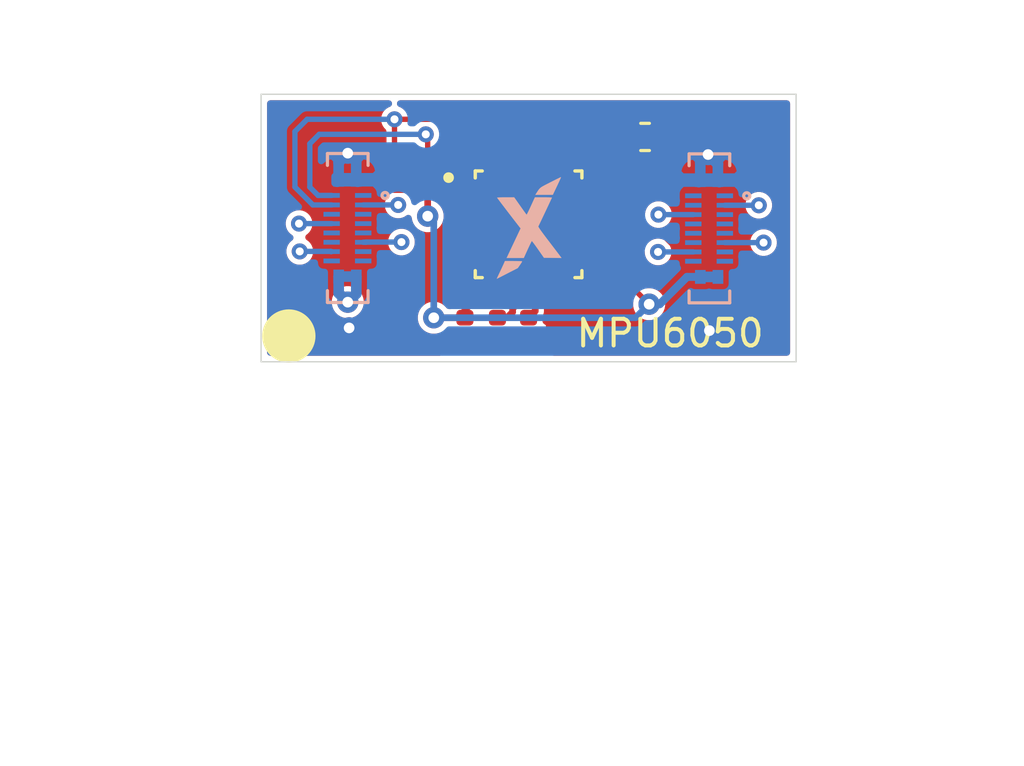
<source format=kicad_pcb>
(kicad_pcb (version 20171130) (host pcbnew "(5.1.5)-3")

  (general
    (thickness 1.6)
    (drawings 41)
    (tracks 131)
    (zones 0)
    (modules 11)
    (nets 53)
  )

  (page A4)
  (layers
    (0 "(TOP)-RF_and_signals" signal)
    (31 "(BOTTOM)-Signals" signal)
    (32 B.Adhes user)
    (33 F.Adhes user)
    (34 B.Paste user)
    (35 F.Paste user)
    (36 B.SilkS user)
    (37 F.SilkS user)
    (38 B.Mask user)
    (39 F.Mask user)
    (40 Dwgs.User user)
    (41 Cmts.User user)
    (42 Eco1.User user)
    (43 Eco2.User user)
    (44 Edge.Cuts user)
    (45 Margin user)
    (46 B.CrtYd user)
    (47 F.CrtYd user)
    (48 B.Fab user hide)
    (49 F.Fab user hide)
  )

  (setup
    (last_trace_width 0.25)
    (user_trace_width 0.2)
    (user_trace_width 0.3)
    (user_trace_width 0.4)
    (user_trace_width 0.5)
    (trace_clearance 0.153)
    (zone_clearance 0.2)
    (zone_45_only no)
    (trace_min 0.2)
    (via_size 0.8)
    (via_drill 0.4)
    (via_min_size 0.4)
    (via_min_drill 0.3)
    (user_via 0.6 0.3)
    (uvia_size 0.3)
    (uvia_drill 0.1)
    (uvias_allowed no)
    (uvia_min_size 0.2)
    (uvia_min_drill 0.1)
    (edge_width 0.05)
    (segment_width 0.2)
    (pcb_text_width 0.3)
    (pcb_text_size 1.5 1.5)
    (mod_edge_width 0.12)
    (mod_text_size 1 1)
    (mod_text_width 0.15)
    (pad_size 1.524 1.524)
    (pad_drill 0.762)
    (pad_to_mask_clearance 0.051)
    (solder_mask_min_width 0.25)
    (aux_axis_origin 0 0)
    (visible_elements 7FFFFF7F)
    (pcbplotparams
      (layerselection 0x010f0_ffffffff)
      (usegerberextensions true)
      (usegerberattributes false)
      (usegerberadvancedattributes false)
      (creategerberjobfile false)
      (excludeedgelayer true)
      (linewidth 0.100000)
      (plotframeref false)
      (viasonmask false)
      (mode 1)
      (useauxorigin false)
      (hpglpennumber 1)
      (hpglpenspeed 20)
      (hpglpendiameter 15.000000)
      (psnegative false)
      (psa4output false)
      (plotreference true)
      (plotvalue true)
      (plotinvisibletext false)
      (padsonsilk false)
      (subtractmaskfromsilk false)
      (outputformat 1)
      (mirror false)
      (drillshape 0)
      (scaleselection 1)
      (outputdirectory "Gerbers/"))
  )

  (net 0 "")
  (net 1 GND)
  (net 2 +3V3)
  (net 3 +5V)
  (net 4 "Net-(J1-Pad3)")
  (net 5 "Net-(J1-Pad5)")
  (net 6 "Net-(J1-Pad7)")
  (net 7 "Net-(J1-Pad11)")
  (net 8 "Net-(J1-Pad15)")
  (net 9 "Net-(J1-Pad13)")
  (net 10 "Net-(J3-Pad3)")
  (net 11 "Net-(J3-Pad5)")
  (net 12 "Net-(J3-Pad7)")
  (net 13 "Net-(J3-Pad9)")
  (net 14 "Net-(J3-Pad11)")
  (net 15 "Net-(J3-Pad13)")
  (net 16 "Net-(J1-Pad1)")
  (net 17 "Net-(J1-Pad2)")
  (net 18 "Net-(J1-Pad8)")
  (net 19 "Net-(J1-Pad6)")
  (net 20 "Net-(J1-Pad12)")
  (net 21 "Net-(J1-Pad9)")
  (net 22 "Net-(J1-Pad10)")
  (net 23 "Net-(J1-Pad14)")
  (net 24 "Net-(J3-Pad4)")
  (net 25 "Net-(J3-Pad6)")
  (net 26 "Net-(J3-Pad12)")
  (net 27 "Net-(J3-Pad10)")
  (net 28 "Net-(J3-Pad14)")
  (net 29 "Net-(J1-Pad4)")
  (net 30 "Net-(J1-Pad16)")
  (net 31 /SDA)
  (net 32 /SCL)
  (net 33 "Net-(J3-Pad8)")
  (net 34 "Net-(U1-Pad7)")
  (net 35 "Net-(U1-Pad3)")
  (net 36 "Net-(U1-Pad4)")
  (net 37 "Net-(J3-Pad1)")
  (net 38 "Net-(J3-Pad2)")
  (net 39 "Net-(C1-Pad1)")
  (net 40 "Net-(C2-Pad1)")
  (net 41 "Net-(R3-Pad2)")
  (net 42 "Net-(U1-Pad25)")
  (net 43 "Net-(U1-Pad2)")
  (net 44 "Net-(U1-Pad5)")
  (net 45 "Net-(U1-Pad6)")
  (net 46 "Net-(U1-Pad12)")
  (net 47 "Net-(U1-Pad14)")
  (net 48 "Net-(U1-Pad15)")
  (net 49 "Net-(U1-Pad16)")
  (net 50 "Net-(U1-Pad17)")
  (net 51 "Net-(U1-Pad19)")
  (net 52 "Net-(U1-Pad22)")

  (net_class Default "This is the default net class."
    (clearance 0.153)
    (trace_width 0.25)
    (via_dia 0.8)
    (via_drill 0.4)
    (uvia_dia 0.3)
    (uvia_drill 0.1)
    (add_net +3V3)
    (add_net +5V)
    (add_net /SCL)
    (add_net /SDA)
    (add_net GND)
    (add_net "Net-(C1-Pad1)")
    (add_net "Net-(C2-Pad1)")
    (add_net "Net-(J1-Pad1)")
    (add_net "Net-(J1-Pad10)")
    (add_net "Net-(J1-Pad11)")
    (add_net "Net-(J1-Pad12)")
    (add_net "Net-(J1-Pad13)")
    (add_net "Net-(J1-Pad14)")
    (add_net "Net-(J1-Pad15)")
    (add_net "Net-(J1-Pad16)")
    (add_net "Net-(J1-Pad2)")
    (add_net "Net-(J1-Pad3)")
    (add_net "Net-(J1-Pad4)")
    (add_net "Net-(J1-Pad5)")
    (add_net "Net-(J1-Pad6)")
    (add_net "Net-(J1-Pad7)")
    (add_net "Net-(J1-Pad8)")
    (add_net "Net-(J1-Pad9)")
    (add_net "Net-(J3-Pad1)")
    (add_net "Net-(J3-Pad10)")
    (add_net "Net-(J3-Pad11)")
    (add_net "Net-(J3-Pad12)")
    (add_net "Net-(J3-Pad13)")
    (add_net "Net-(J3-Pad14)")
    (add_net "Net-(J3-Pad2)")
    (add_net "Net-(J3-Pad3)")
    (add_net "Net-(J3-Pad4)")
    (add_net "Net-(J3-Pad5)")
    (add_net "Net-(J3-Pad6)")
    (add_net "Net-(J3-Pad7)")
    (add_net "Net-(J3-Pad8)")
    (add_net "Net-(J3-Pad9)")
    (add_net "Net-(R3-Pad2)")
    (add_net "Net-(U1-Pad12)")
    (add_net "Net-(U1-Pad14)")
    (add_net "Net-(U1-Pad15)")
    (add_net "Net-(U1-Pad16)")
    (add_net "Net-(U1-Pad17)")
    (add_net "Net-(U1-Pad19)")
    (add_net "Net-(U1-Pad2)")
    (add_net "Net-(U1-Pad22)")
    (add_net "Net-(U1-Pad25)")
    (add_net "Net-(U1-Pad3)")
    (add_net "Net-(U1-Pad4)")
    (add_net "Net-(U1-Pad5)")
    (add_net "Net-(U1-Pad6)")
    (add_net "Net-(U1-Pad7)")
  )

  (module KicadLibrary:OBJEX-LOGO-X_ONLY (layer "(BOTTOM)-Signals") (tedit 0) (tstamp 603BEB73)
    (at 144.018 90.17 180)
    (fp_text reference G*** (at 0 0) (layer B.SilkS) hide
      (effects (font (size 1.524 1.524) (thickness 0.3)) (justify mirror))
    )
    (fp_text value LOGO (at 0.75 0) (layer B.SilkS) hide
      (effects (font (size 1.524 1.524) (thickness 0.3)) (justify mirror))
    )
    (fp_poly (pts (xy -1.170943 1.885541) (xy -1.130416 1.866835) (xy -1.067715 1.83649) (xy -0.986805 1.796449)
      (xy -0.891651 1.748652) (xy -0.796454 1.700272) (xy -0.679443 1.640668) (xy -0.587906 1.593623)
      (xy -0.517462 1.555705) (xy -0.463732 1.523482) (xy -0.422334 1.493524) (xy -0.388889 1.462399)
      (xy -0.359016 1.426675) (xy -0.328335 1.38292) (xy -0.292465 1.327704) (xy -0.263421 1.2827)
      (xy -0.233171 1.236133) (xy -0.882291 1.236133) (xy -1.001732 1.4859) (xy -1.067861 1.624978)
      (xy -1.119025 1.734373) (xy -1.155483 1.814652) (xy -1.177492 1.866384) (xy -1.18531 1.890137)
      (xy -1.185333 1.890669) (xy -1.170943 1.885541)) (layer B.SilkS) (width 0.01))
    (fp_poly (pts (xy 0.983621 1.134046) (xy 1.070482 1.132692) (xy 1.139358 1.130628) (xy 1.185022 1.128013)
      (xy 1.202243 1.125006) (xy 1.202267 1.124889) (xy 1.192319 1.110057) (xy 1.164075 1.071563)
      (xy 1.119934 1.012551) (xy 1.062295 0.936167) (xy 0.993558 0.845557) (xy 0.916121 0.743865)
      (xy 0.832384 0.634236) (xy 0.744746 0.519816) (xy 0.655607 0.403749) (xy 0.567365 0.289182)
      (xy 0.48242 0.179259) (xy 0.40317 0.077125) (xy 0.395039 0.066675) (xy 0.321726 -0.027517)
      (xy 0.501503 -0.407459) (xy 0.556873 -0.524525) (xy 0.612654 -0.642548) (xy 0.665525 -0.754496)
      (xy 0.712165 -0.853332) (xy 0.749252 -0.932024) (xy 0.762869 -0.960967) (xy 0.844458 -1.134534)
      (xy 0.207489 -1.134534) (xy 0.063214 -0.817634) (xy 0.019135 -0.722115) (xy -0.020924 -0.637751)
      (xy -0.054663 -0.569191) (xy -0.079782 -0.521083) (xy -0.093979 -0.498078) (xy -0.095564 -0.49679)
      (xy -0.108972 -0.508939) (xy -0.138619 -0.545161) (xy -0.181598 -0.601592) (xy -0.235001 -0.674371)
      (xy -0.295921 -0.759634) (xy -0.330885 -0.809456) (xy -0.551703 -1.126067) (xy -0.878402 -1.130671)
      (xy -1.2051 -1.135275) (xy -1.171468 -1.088337) (xy -1.153914 -1.064727) (xy -1.118212 -1.017434)
      (xy -1.066802 -0.949664) (xy -1.002124 -0.864625) (xy -0.926617 -0.765524) (xy -0.842721 -0.655567)
      (xy -0.752876 -0.537963) (xy -0.730842 -0.509143) (xy -0.621298 -0.365261) (xy -0.531637 -0.24604)
      (xy -0.460597 -0.149687) (xy -0.406917 -0.074409) (xy -0.369336 -0.018411) (xy -0.346592 0.020099)
      (xy -0.337424 0.042916) (xy -0.337826 0.049657) (xy -0.351272 0.076704) (xy -0.376263 0.128405)
      (xy -0.410795 0.200517) (xy -0.45286 0.288793) (xy -0.500454 0.388989) (xy -0.551571 0.496859)
      (xy -0.604205 0.608158) (xy -0.656351 0.718642) (xy -0.706003 0.824065) (xy -0.751156 0.920182)
      (xy -0.789805 1.002748) (xy -0.819943 1.067518) (xy -0.839565 1.110246) (xy -0.846665 1.126688)
      (xy -0.846666 1.126708) (xy -0.830606 1.129135) (xy -0.785915 1.131201) (xy -0.717829 1.132787)
      (xy -0.631583 1.133772) (xy -0.532413 1.134034) (xy -0.529166 1.134029) (xy -0.211667 1.133525)
      (xy -0.061168 0.804271) (xy -0.01637 0.707671) (xy 0.024168 0.622917) (xy 0.058259 0.554368)
      (xy 0.083716 0.506382) (xy 0.098351 0.483318) (xy 0.100603 0.481983) (xy 0.113151 0.49726)
      (xy 0.14223 0.536334) (xy 0.184975 0.595239) (xy 0.238523 0.67001) (xy 0.300008 0.756682)
      (xy 0.33881 0.811742) (xy 0.565745 1.134533) (xy 0.884006 1.134533) (xy 0.983621 1.134046)) (layer B.SilkS) (width 0.01))
    (fp_poly (pts (xy 0.952848 -1.350433) (xy 0.975884 -1.401434) (xy 1.009589 -1.47437) (xy 1.049958 -1.560655)
      (xy 1.092991 -1.6517) (xy 1.106763 -1.680633) (xy 1.144881 -1.761002) (xy 1.176887 -1.829325)
      (xy 1.200364 -1.880379) (xy 1.212898 -1.90894) (xy 1.214268 -1.913172) (xy 1.198891 -1.905684)
      (xy 1.15741 -1.88475) (xy 1.093837 -1.852414) (xy 1.012185 -1.810721) (xy 0.916465 -1.761716)
      (xy 0.821267 -1.712875) (xy 0.4318 -1.512874) (xy 0.351367 -1.396769) (xy 0.314408 -1.341867)
      (xy 0.286405 -1.297311) (xy 0.271949 -1.270517) (xy 0.270934 -1.266866) (xy 0.286996 -1.262555)
      (xy 0.331706 -1.258794) (xy 0.399843 -1.255809) (xy 0.486189 -1.253826) (xy 0.585527 -1.253068)
      (xy 0.590453 -1.253067) (xy 0.909973 -1.253067) (xy 0.952848 -1.350433)) (layer B.SilkS) (width 0.01))
  )

  (module "Connector_Hirose:BM28B0.6-16DP-2-0.35V(51)" (layer "(BOTTOM)-Signals") (tedit 603695F7) (tstamp 60371288)
    (at 147.7899 90.1954 270)
    (path /60369C04)
    (fp_text reference J1 (at 0 -0.5 90) (layer B.Fab)
      (effects (font (size 1 1) (thickness 0.15)) (justify mirror))
    )
    (fp_text value "BM28B0.6-16DP_2-0.35V(51)" (at 0 0.5 90) (layer B.Fab)
      (effects (font (size 1 1) (thickness 0.15)) (justify mirror))
    )
    (fp_circle (center -1.2192 -4.38404) (end -1.19888 -4.43484) (layer B.SilkS) (width 0.12))
    (fp_line (start -2.3495 -2.2225) (end -2.794 -2.2225) (layer B.SilkS) (width 0.12))
    (fp_line (start -2.794 -2.2225) (end -2.794 -3.7465) (layer B.SilkS) (width 0.12))
    (fp_line (start -2.794 -3.7465) (end -2.3495 -3.7465) (layer B.SilkS) (width 0.12))
    (fp_line (start 2.3495 -3.7465) (end 2.794 -3.7465) (layer B.SilkS) (width 0.12))
    (fp_line (start 2.794 -2.2225) (end 2.3495 -2.2225) (layer B.SilkS) (width 0.12))
    (fp_line (start 2.794 -3.7465) (end 2.794 -2.2225) (layer B.SilkS) (width 0.12))
    (pad 1 smd rect (at -1.22174 -3.56362 270) (size 0.18 0.615) (layers "(BOTTOM)-Signals" B.Paste B.Mask)
      (net 16 "Net-(J1-Pad1)"))
    (pad 18 smd rect (at -1.80916 -3.302 270) (size 0.52 0.4) (layers "(BOTTOM)-Signals" B.Paste B.Mask)
      (net 1 GND))
    (pad 2 smd rect (at -0.86524 -3.56362 270) (size 0.18 0.615) (layers "(BOTTOM)-Signals" B.Paste B.Mask)
      (net 17 "Net-(J1-Pad2)"))
    (pad 4 smd rect (at -0.16524 -3.56362 270) (size 0.18 0.615) (layers "(BOTTOM)-Signals" B.Paste B.Mask)
      (net 29 "Net-(J1-Pad4)"))
    (pad 3 smd rect (at -0.51524 -3.56362 270) (size 0.18 0.615) (layers "(BOTTOM)-Signals" B.Paste B.Mask)
      (net 4 "Net-(J1-Pad3)"))
    (pad 8 smd rect (at 1.23476 -3.56362 270) (size 0.18 0.615) (layers "(BOTTOM)-Signals" B.Paste B.Mask)
      (net 18 "Net-(J1-Pad8)"))
    (pad 6 smd rect (at 0.53476 -3.56362 270) (size 0.18 0.615) (layers "(BOTTOM)-Signals" B.Paste B.Mask)
      (net 19 "Net-(J1-Pad6)"))
    (pad 5 smd rect (at 0.18476 -3.56362 270) (size 0.18 0.615) (layers "(BOTTOM)-Signals" B.Paste B.Mask)
      (net 5 "Net-(J1-Pad5)"))
    (pad 7 smd rect (at 0.88476 -3.56362 270) (size 0.18 0.615) (layers "(BOTTOM)-Signals" B.Paste B.Mask)
      (net 6 "Net-(J1-Pad7)"))
    (pad 19 smd rect (at 1.82046 -3.30454 270) (size 0.52 0.4) (layers "(BOTTOM)-Signals" B.Paste B.Mask)
      (net 2 +3V3))
    (pad 17 smd rect (at -1.80916 -2.6416 90) (size 0.52 0.4) (layers "(BOTTOM)-Signals" B.Paste B.Mask)
      (net 1 GND))
    (pad 20 smd rect (at 1.82046 -2.64414 90) (size 0.52 0.4) (layers "(BOTTOM)-Signals" B.Paste B.Mask)
      (net 2 +3V3))
    (pad 12 smd rect (at 0.18476 -2.37998 270) (size 0.18 0.615) (layers "(BOTTOM)-Signals" B.Paste B.Mask)
      (net 20 "Net-(J1-Pad12)"))
    (pad 9 smd rect (at 1.23476 -2.37998 270) (size 0.18 0.615) (layers "(BOTTOM)-Signals" B.Paste B.Mask)
      (net 21 "Net-(J1-Pad9)"))
    (pad 11 smd rect (at 0.53476 -2.37998 270) (size 0.18 0.615) (layers "(BOTTOM)-Signals" B.Paste B.Mask)
      (net 7 "Net-(J1-Pad11)"))
    (pad 15 smd rect (at -0.86524 -2.37998 270) (size 0.18 0.615) (layers "(BOTTOM)-Signals" B.Paste B.Mask)
      (net 8 "Net-(J1-Pad15)"))
    (pad 16 smd rect (at -1.22174 -2.37998 270) (size 0.18 0.615) (layers "(BOTTOM)-Signals" B.Paste B.Mask)
      (net 30 "Net-(J1-Pad16)"))
    (pad 13 smd rect (at -0.16524 -2.37998 270) (size 0.18 0.615) (layers "(BOTTOM)-Signals" B.Paste B.Mask)
      (net 9 "Net-(J1-Pad13)"))
    (pad 10 smd rect (at 0.88476 -2.37998 270) (size 0.18 0.615) (layers "(BOTTOM)-Signals" B.Paste B.Mask)
      (net 22 "Net-(J1-Pad10)"))
    (pad 14 smd rect (at -0.51524 -2.37998 270) (size 0.18 0.615) (layers "(BOTTOM)-Signals" B.Paste B.Mask)
      (net 23 "Net-(J1-Pad14)"))
    (model E:/KicadLibrary/3D/BM28-16DP.stp
      (offset (xyz 0 -2.95 0))
      (scale (xyz 1 1 1))
      (rotate (xyz 0 0 0))
    )
  )

  (module "Connector_Hirose:BM28B0.6-16DP-2-0.35V(51)" (layer "(BOTTOM)-Signals") (tedit 603695F7) (tstamp 60394D3F)
    (at 134.2263 90.1827 270)
    (path /6037E454)
    (fp_text reference J3 (at 0 -0.5 90) (layer B.Fab)
      (effects (font (size 1 1) (thickness 0.15)) (justify mirror))
    )
    (fp_text value "BM28B0.6-16DP_2-0.35V(51)" (at 0 0.5 90) (layer B.Fab)
      (effects (font (size 1 1) (thickness 0.15)) (justify mirror))
    )
    (fp_circle (center -1.2192 -4.38404) (end -1.19888 -4.43484) (layer B.SilkS) (width 0.12))
    (fp_line (start -2.3495 -2.2225) (end -2.794 -2.2225) (layer B.SilkS) (width 0.12))
    (fp_line (start -2.794 -2.2225) (end -2.794 -3.7465) (layer B.SilkS) (width 0.12))
    (fp_line (start -2.794 -3.7465) (end -2.3495 -3.7465) (layer B.SilkS) (width 0.12))
    (fp_line (start 2.3495 -3.7465) (end 2.794 -3.7465) (layer B.SilkS) (width 0.12))
    (fp_line (start 2.794 -2.2225) (end 2.3495 -2.2225) (layer B.SilkS) (width 0.12))
    (fp_line (start 2.794 -3.7465) (end 2.794 -2.2225) (layer B.SilkS) (width 0.12))
    (pad 1 smd rect (at -1.22174 -3.56362 270) (size 0.18 0.615) (layers "(BOTTOM)-Signals" B.Paste B.Mask)
      (net 37 "Net-(J3-Pad1)"))
    (pad 18 smd rect (at -1.80916 -3.302 270) (size 0.52 0.4) (layers "(BOTTOM)-Signals" B.Paste B.Mask)
      (net 1 GND))
    (pad 2 smd rect (at -0.86524 -3.56362 270) (size 0.18 0.615) (layers "(BOTTOM)-Signals" B.Paste B.Mask)
      (net 38 "Net-(J3-Pad2)"))
    (pad 4 smd rect (at -0.16524 -3.56362 270) (size 0.18 0.615) (layers "(BOTTOM)-Signals" B.Paste B.Mask)
      (net 24 "Net-(J3-Pad4)"))
    (pad 3 smd rect (at -0.51524 -3.56362 270) (size 0.18 0.615) (layers "(BOTTOM)-Signals" B.Paste B.Mask)
      (net 10 "Net-(J3-Pad3)"))
    (pad 8 smd rect (at 1.23476 -3.56362 270) (size 0.18 0.615) (layers "(BOTTOM)-Signals" B.Paste B.Mask)
      (net 33 "Net-(J3-Pad8)"))
    (pad 6 smd rect (at 0.53476 -3.56362 270) (size 0.18 0.615) (layers "(BOTTOM)-Signals" B.Paste B.Mask)
      (net 25 "Net-(J3-Pad6)"))
    (pad 5 smd rect (at 0.18476 -3.56362 270) (size 0.18 0.615) (layers "(BOTTOM)-Signals" B.Paste B.Mask)
      (net 11 "Net-(J3-Pad5)"))
    (pad 7 smd rect (at 0.88476 -3.56362 270) (size 0.18 0.615) (layers "(BOTTOM)-Signals" B.Paste B.Mask)
      (net 12 "Net-(J3-Pad7)"))
    (pad 19 smd rect (at 1.82046 -3.30454 270) (size 0.52 0.4) (layers "(BOTTOM)-Signals" B.Paste B.Mask)
      (net 3 +5V))
    (pad 17 smd rect (at -1.80916 -2.6416 90) (size 0.52 0.4) (layers "(BOTTOM)-Signals" B.Paste B.Mask)
      (net 1 GND))
    (pad 20 smd rect (at 1.82046 -2.64414 90) (size 0.52 0.4) (layers "(BOTTOM)-Signals" B.Paste B.Mask)
      (net 3 +5V))
    (pad 12 smd rect (at 0.18476 -2.37998 270) (size 0.18 0.615) (layers "(BOTTOM)-Signals" B.Paste B.Mask)
      (net 26 "Net-(J3-Pad12)"))
    (pad 9 smd rect (at 1.23476 -2.37998 270) (size 0.18 0.615) (layers "(BOTTOM)-Signals" B.Paste B.Mask)
      (net 13 "Net-(J3-Pad9)"))
    (pad 11 smd rect (at 0.53476 -2.37998 270) (size 0.18 0.615) (layers "(BOTTOM)-Signals" B.Paste B.Mask)
      (net 14 "Net-(J3-Pad11)"))
    (pad 15 smd rect (at -0.86524 -2.37998 270) (size 0.18 0.615) (layers "(BOTTOM)-Signals" B.Paste B.Mask)
      (net 32 /SCL))
    (pad 16 smd rect (at -1.22174 -2.37998 270) (size 0.18 0.615) (layers "(BOTTOM)-Signals" B.Paste B.Mask)
      (net 31 /SDA))
    (pad 13 smd rect (at -0.16524 -2.37998 270) (size 0.18 0.615) (layers "(BOTTOM)-Signals" B.Paste B.Mask)
      (net 15 "Net-(J3-Pad13)"))
    (pad 10 smd rect (at 0.88476 -2.37998 270) (size 0.18 0.615) (layers "(BOTTOM)-Signals" B.Paste B.Mask)
      (net 27 "Net-(J3-Pad10)"))
    (pad 14 smd rect (at -0.51524 -2.37998 270) (size 0.18 0.615) (layers "(BOTTOM)-Signals" B.Paste B.Mask)
      (net 28 "Net-(J3-Pad14)"))
    (model E:/KicadLibrary/3D/BM28-16DP.stp
      (offset (xyz 0 -2.95 0))
      (scale (xyz 1 1 1))
      (rotate (xyz 0 0 0))
    )
  )

  (module Capacitor_SMD:C_0603_1608Metric (layer "(TOP)-RF_and_signals") (tedit 5B301BBE) (tstamp 6057E868)
    (at 148.3614 86.7664)
    (descr "Capacitor SMD 0603 (1608 Metric), square (rectangular) end terminal, IPC_7351 nominal, (Body size source: http://www.tortai-tech.com/upload/download/2011102023233369053.pdf), generated with kicad-footprint-generator")
    (tags capacitor)
    (path /6058EF1C)
    (attr smd)
    (fp_text reference C1 (at 0 -1.43) (layer F.Fab)
      (effects (font (size 1 1) (thickness 0.15)))
    )
    (fp_text value 2200pF (at 0 1.43) (layer F.Fab)
      (effects (font (size 1 1) (thickness 0.15)))
    )
    (fp_line (start -0.8 0.4) (end -0.8 -0.4) (layer F.Fab) (width 0.1))
    (fp_line (start -0.8 -0.4) (end 0.8 -0.4) (layer F.Fab) (width 0.1))
    (fp_line (start 0.8 -0.4) (end 0.8 0.4) (layer F.Fab) (width 0.1))
    (fp_line (start 0.8 0.4) (end -0.8 0.4) (layer F.Fab) (width 0.1))
    (fp_line (start -0.162779 -0.51) (end 0.162779 -0.51) (layer F.SilkS) (width 0.12))
    (fp_line (start -0.162779 0.51) (end 0.162779 0.51) (layer F.SilkS) (width 0.12))
    (fp_line (start -1.48 0.73) (end -1.48 -0.73) (layer F.CrtYd) (width 0.05))
    (fp_line (start -1.48 -0.73) (end 1.48 -0.73) (layer F.CrtYd) (width 0.05))
    (fp_line (start 1.48 -0.73) (end 1.48 0.73) (layer F.CrtYd) (width 0.05))
    (fp_line (start 1.48 0.73) (end -1.48 0.73) (layer F.CrtYd) (width 0.05))
    (fp_text user %R (at 0 0) (layer F.Fab)
      (effects (font (size 0.4 0.4) (thickness 0.06)))
    )
    (pad 1 smd roundrect (at -0.7875 0) (size 0.875 0.95) (layers "(TOP)-RF_and_signals" F.Paste F.Mask) (roundrect_rratio 0.25)
      (net 39 "Net-(C1-Pad1)"))
    (pad 2 smd roundrect (at 0.7875 0) (size 0.875 0.95) (layers "(TOP)-RF_and_signals" F.Paste F.Mask) (roundrect_rratio 0.25)
      (net 1 GND))
    (model ${KISYS3DMOD}/Capacitor_SMD.3dshapes/C_0603_1608Metric.wrl
      (at (xyz 0 0 0))
      (scale (xyz 1 1 1))
      (rotate (xyz 0 0 0))
    )
  )

  (module Capacitor_SMD:C_0402_1005Metric (layer "(TOP)-RF_and_signals") (tedit 5B301BBE) (tstamp 6057E877)
    (at 143.9926 94.0308 270)
    (descr "Capacitor SMD 0402 (1005 Metric), square (rectangular) end terminal, IPC_7351 nominal, (Body size source: http://www.tortai-tech.com/upload/download/2011102023233369053.pdf), generated with kicad-footprint-generator")
    (tags capacitor)
    (path /60595465)
    (attr smd)
    (fp_text reference C2 (at 0 -1.17 90) (layer F.Fab)
      (effects (font (size 1 1) (thickness 0.15)))
    )
    (fp_text value 0.1uF (at 0 1.17 90) (layer F.Fab)
      (effects (font (size 1 1) (thickness 0.15)))
    )
    (fp_line (start -0.5 0.25) (end -0.5 -0.25) (layer F.Fab) (width 0.1))
    (fp_line (start -0.5 -0.25) (end 0.5 -0.25) (layer F.Fab) (width 0.1))
    (fp_line (start 0.5 -0.25) (end 0.5 0.25) (layer F.Fab) (width 0.1))
    (fp_line (start 0.5 0.25) (end -0.5 0.25) (layer F.Fab) (width 0.1))
    (fp_line (start -0.93 0.47) (end -0.93 -0.47) (layer F.CrtYd) (width 0.05))
    (fp_line (start -0.93 -0.47) (end 0.93 -0.47) (layer F.CrtYd) (width 0.05))
    (fp_line (start 0.93 -0.47) (end 0.93 0.47) (layer F.CrtYd) (width 0.05))
    (fp_line (start 0.93 0.47) (end -0.93 0.47) (layer F.CrtYd) (width 0.05))
    (fp_text user %R (at 0 0 90) (layer F.Fab)
      (effects (font (size 0.25 0.25) (thickness 0.04)))
    )
    (pad 1 smd roundrect (at -0.485 0 270) (size 0.59 0.64) (layers "(TOP)-RF_and_signals" F.Paste F.Mask) (roundrect_rratio 0.25)
      (net 40 "Net-(C2-Pad1)"))
    (pad 2 smd roundrect (at 0.485 0 270) (size 0.59 0.64) (layers "(TOP)-RF_and_signals" F.Paste F.Mask) (roundrect_rratio 0.25)
      (net 1 GND))
    (model ${KISYS3DMOD}/Capacitor_SMD.3dshapes/C_0402_1005Metric.wrl
      (at (xyz 0 0 0))
      (scale (xyz 1 1 1))
      (rotate (xyz 0 0 0))
    )
  )

  (module Capacitor_SMD:C_0402_1005Metric (layer "(TOP)-RF_and_signals") (tedit 5B301BBE) (tstamp 6057E886)
    (at 141.605 94.0308 270)
    (descr "Capacitor SMD 0402 (1005 Metric), square (rectangular) end terminal, IPC_7351 nominal, (Body size source: http://www.tortai-tech.com/upload/download/2011102023233369053.pdf), generated with kicad-footprint-generator")
    (tags capacitor)
    (path /60597D2D)
    (attr smd)
    (fp_text reference C3 (at 0 -1.17 90) (layer F.Fab)
      (effects (font (size 1 1) (thickness 0.15)))
    )
    (fp_text value 0.01uF (at 0 1.17 90) (layer F.Fab)
      (effects (font (size 1 1) (thickness 0.15)))
    )
    (fp_text user %R (at 0 0 90) (layer F.Fab)
      (effects (font (size 0.25 0.25) (thickness 0.04)))
    )
    (fp_line (start 0.93 0.47) (end -0.93 0.47) (layer F.CrtYd) (width 0.05))
    (fp_line (start 0.93 -0.47) (end 0.93 0.47) (layer F.CrtYd) (width 0.05))
    (fp_line (start -0.93 -0.47) (end 0.93 -0.47) (layer F.CrtYd) (width 0.05))
    (fp_line (start -0.93 0.47) (end -0.93 -0.47) (layer F.CrtYd) (width 0.05))
    (fp_line (start 0.5 0.25) (end -0.5 0.25) (layer F.Fab) (width 0.1))
    (fp_line (start 0.5 -0.25) (end 0.5 0.25) (layer F.Fab) (width 0.1))
    (fp_line (start -0.5 -0.25) (end 0.5 -0.25) (layer F.Fab) (width 0.1))
    (fp_line (start -0.5 0.25) (end -0.5 -0.25) (layer F.Fab) (width 0.1))
    (pad 2 smd roundrect (at 0.485 0 270) (size 0.59 0.64) (layers "(TOP)-RF_and_signals" F.Paste F.Mask) (roundrect_rratio 0.25)
      (net 1 GND))
    (pad 1 smd roundrect (at -0.485 0 270) (size 0.59 0.64) (layers "(TOP)-RF_and_signals" F.Paste F.Mask) (roundrect_rratio 0.25)
      (net 2 +3V3))
    (model ${KISYS3DMOD}/Capacitor_SMD.3dshapes/C_0402_1005Metric.wrl
      (at (xyz 0 0 0))
      (scale (xyz 1 1 1))
      (rotate (xyz 0 0 0))
    )
  )

  (module Capacitor_SMD:C_0402_1005Metric (layer "(TOP)-RF_and_signals") (tedit 5B301BBE) (tstamp 6057E895)
    (at 147.4724 90.805 90)
    (descr "Capacitor SMD 0402 (1005 Metric), square (rectangular) end terminal, IPC_7351 nominal, (Body size source: http://www.tortai-tech.com/upload/download/2011102023233369053.pdf), generated with kicad-footprint-generator")
    (tags capacitor)
    (path /605996D6)
    (attr smd)
    (fp_text reference C4 (at 0 -1.17 90) (layer F.Fab)
      (effects (font (size 1 1) (thickness 0.15)))
    )
    (fp_text value 0.1uF (at 0 1.17 90) (layer F.Fab)
      (effects (font (size 1 1) (thickness 0.15)))
    )
    (fp_line (start -0.5 0.25) (end -0.5 -0.25) (layer F.Fab) (width 0.1))
    (fp_line (start -0.5 -0.25) (end 0.5 -0.25) (layer F.Fab) (width 0.1))
    (fp_line (start 0.5 -0.25) (end 0.5 0.25) (layer F.Fab) (width 0.1))
    (fp_line (start 0.5 0.25) (end -0.5 0.25) (layer F.Fab) (width 0.1))
    (fp_line (start -0.93 0.47) (end -0.93 -0.47) (layer F.CrtYd) (width 0.05))
    (fp_line (start -0.93 -0.47) (end 0.93 -0.47) (layer F.CrtYd) (width 0.05))
    (fp_line (start 0.93 -0.47) (end 0.93 0.47) (layer F.CrtYd) (width 0.05))
    (fp_line (start 0.93 0.47) (end -0.93 0.47) (layer F.CrtYd) (width 0.05))
    (fp_text user %R (at 0 0 90) (layer F.Fab)
      (effects (font (size 0.25 0.25) (thickness 0.04)))
    )
    (pad 1 smd roundrect (at -0.485 0 90) (size 0.59 0.64) (layers "(TOP)-RF_and_signals" F.Paste F.Mask) (roundrect_rratio 0.25)
      (net 2 +3V3))
    (pad 2 smd roundrect (at 0.485 0 90) (size 0.59 0.64) (layers "(TOP)-RF_and_signals" F.Paste F.Mask) (roundrect_rratio 0.25)
      (net 1 GND))
    (model ${KISYS3DMOD}/Capacitor_SMD.3dshapes/C_0402_1005Metric.wrl
      (at (xyz 0 0 0))
      (scale (xyz 1 1 1))
      (rotate (xyz 0 0 0))
    )
  )

  (module Resistor_SMD:R_0402_1005Metric (layer "(TOP)-RF_and_signals") (tedit 5B301BBD) (tstamp 6057E8A4)
    (at 140.208 88.0872 90)
    (descr "Resistor SMD 0402 (1005 Metric), square (rectangular) end terminal, IPC_7351 nominal, (Body size source: http://www.tortai-tech.com/upload/download/2011102023233369053.pdf), generated with kicad-footprint-generator")
    (tags resistor)
    (path /605825F6)
    (attr smd)
    (fp_text reference R1 (at 0 -1.17 90) (layer F.Fab)
      (effects (font (size 1 1) (thickness 0.15)))
    )
    (fp_text value 4.7K (at 0 1.17 90) (layer F.Fab)
      (effects (font (size 1 1) (thickness 0.15)))
    )
    (fp_text user %R (at 0 0 90) (layer F.Fab)
      (effects (font (size 0.25 0.25) (thickness 0.04)))
    )
    (fp_line (start 0.93 0.47) (end -0.93 0.47) (layer F.CrtYd) (width 0.05))
    (fp_line (start 0.93 -0.47) (end 0.93 0.47) (layer F.CrtYd) (width 0.05))
    (fp_line (start -0.93 -0.47) (end 0.93 -0.47) (layer F.CrtYd) (width 0.05))
    (fp_line (start -0.93 0.47) (end -0.93 -0.47) (layer F.CrtYd) (width 0.05))
    (fp_line (start 0.5 0.25) (end -0.5 0.25) (layer F.Fab) (width 0.1))
    (fp_line (start 0.5 -0.25) (end 0.5 0.25) (layer F.Fab) (width 0.1))
    (fp_line (start -0.5 -0.25) (end 0.5 -0.25) (layer F.Fab) (width 0.1))
    (fp_line (start -0.5 0.25) (end -0.5 -0.25) (layer F.Fab) (width 0.1))
    (pad 2 smd roundrect (at 0.485 0 90) (size 0.59 0.64) (layers "(TOP)-RF_and_signals" F.Paste F.Mask) (roundrect_rratio 0.25)
      (net 31 /SDA))
    (pad 1 smd roundrect (at -0.485 0 90) (size 0.59 0.64) (layers "(TOP)-RF_and_signals" F.Paste F.Mask) (roundrect_rratio 0.25)
      (net 2 +3V3))
    (model ${KISYS3DMOD}/Resistor_SMD.3dshapes/R_0402_1005Metric.wrl
      (at (xyz 0 0 0))
      (scale (xyz 1 1 1))
      (rotate (xyz 0 0 0))
    )
  )

  (module Resistor_SMD:R_0402_1005Metric (layer "(TOP)-RF_and_signals") (tedit 5B301BBD) (tstamp 6057E8B3)
    (at 139.1158 88.0872 90)
    (descr "Resistor SMD 0402 (1005 Metric), square (rectangular) end terminal, IPC_7351 nominal, (Body size source: http://www.tortai-tech.com/upload/download/2011102023233369053.pdf), generated with kicad-footprint-generator")
    (tags resistor)
    (path /60581EDC)
    (attr smd)
    (fp_text reference R2 (at 0 -1.17 90) (layer F.Fab)
      (effects (font (size 1 1) (thickness 0.15)))
    )
    (fp_text value 4.7K (at 0 1.17 90) (layer F.Fab)
      (effects (font (size 1 1) (thickness 0.15)))
    )
    (fp_line (start -0.5 0.25) (end -0.5 -0.25) (layer F.Fab) (width 0.1))
    (fp_line (start -0.5 -0.25) (end 0.5 -0.25) (layer F.Fab) (width 0.1))
    (fp_line (start 0.5 -0.25) (end 0.5 0.25) (layer F.Fab) (width 0.1))
    (fp_line (start 0.5 0.25) (end -0.5 0.25) (layer F.Fab) (width 0.1))
    (fp_line (start -0.93 0.47) (end -0.93 -0.47) (layer F.CrtYd) (width 0.05))
    (fp_line (start -0.93 -0.47) (end 0.93 -0.47) (layer F.CrtYd) (width 0.05))
    (fp_line (start 0.93 -0.47) (end 0.93 0.47) (layer F.CrtYd) (width 0.05))
    (fp_line (start 0.93 0.47) (end -0.93 0.47) (layer F.CrtYd) (width 0.05))
    (fp_text user %R (at 0 0 90) (layer F.Fab)
      (effects (font (size 0.25 0.25) (thickness 0.04)))
    )
    (pad 1 smd roundrect (at -0.485 0 90) (size 0.59 0.64) (layers "(TOP)-RF_and_signals" F.Paste F.Mask) (roundrect_rratio 0.25)
      (net 2 +3V3))
    (pad 2 smd roundrect (at 0.485 0 90) (size 0.59 0.64) (layers "(TOP)-RF_and_signals" F.Paste F.Mask) (roundrect_rratio 0.25)
      (net 32 /SCL))
    (model ${KISYS3DMOD}/Resistor_SMD.3dshapes/R_0402_1005Metric.wrl
      (at (xyz 0 0 0))
      (scale (xyz 1 1 1))
      (rotate (xyz 0 0 0))
    )
  )

  (module Resistor_SMD:R_0402_1005Metric (layer "(TOP)-RF_and_signals") (tedit 5B301BBD) (tstamp 6057E8C2)
    (at 142.8242 94.0308 90)
    (descr "Resistor SMD 0402 (1005 Metric), square (rectangular) end terminal, IPC_7351 nominal, (Body size source: http://www.tortai-tech.com/upload/download/2011102023233369053.pdf), generated with kicad-footprint-generator")
    (tags resistor)
    (path /6057F24E)
    (attr smd)
    (fp_text reference R3 (at 0 -1.17 90) (layer F.Fab)
      (effects (font (size 1 1) (thickness 0.15)))
    )
    (fp_text value 4.7K (at 0 1.17 90) (layer F.Fab)
      (effects (font (size 1 1) (thickness 0.15)))
    )
    (fp_line (start -0.5 0.25) (end -0.5 -0.25) (layer F.Fab) (width 0.1))
    (fp_line (start -0.5 -0.25) (end 0.5 -0.25) (layer F.Fab) (width 0.1))
    (fp_line (start 0.5 -0.25) (end 0.5 0.25) (layer F.Fab) (width 0.1))
    (fp_line (start 0.5 0.25) (end -0.5 0.25) (layer F.Fab) (width 0.1))
    (fp_line (start -0.93 0.47) (end -0.93 -0.47) (layer F.CrtYd) (width 0.05))
    (fp_line (start -0.93 -0.47) (end 0.93 -0.47) (layer F.CrtYd) (width 0.05))
    (fp_line (start 0.93 -0.47) (end 0.93 0.47) (layer F.CrtYd) (width 0.05))
    (fp_line (start 0.93 0.47) (end -0.93 0.47) (layer F.CrtYd) (width 0.05))
    (fp_text user %R (at 0 0 90) (layer F.Fab)
      (effects (font (size 0.25 0.25) (thickness 0.04)))
    )
    (pad 1 smd roundrect (at -0.485 0 90) (size 0.59 0.64) (layers "(TOP)-RF_and_signals" F.Paste F.Mask) (roundrect_rratio 0.25)
      (net 1 GND))
    (pad 2 smd roundrect (at 0.485 0 90) (size 0.59 0.64) (layers "(TOP)-RF_and_signals" F.Paste F.Mask) (roundrect_rratio 0.25)
      (net 41 "Net-(R3-Pad2)"))
    (model ${KISYS3DMOD}/Resistor_SMD.3dshapes/R_0402_1005Metric.wrl
      (at (xyz 0 0 0))
      (scale (xyz 1 1 1))
      (rotate (xyz 0 0 0))
    )
  )

  (module KicadLibrary:IC_MPU6050 (layer "(TOP)-RF_and_signals") (tedit 5E19964E) (tstamp 6057E8F2)
    (at 143.9926 90.043)
    (path /60579881)
    (fp_text reference U1 (at 0.675 -3.635) (layer F.Fab)
      (effects (font (size 1 1) (thickness 0.015)))
    )
    (fp_text value MPU6050 (at 3.85 3.635) (layer F.Fab)
      (effects (font (size 1 1) (thickness 0.015)))
    )
    (fp_circle (center -3 -1.75) (end -2.9 -1.75) (layer F.SilkS) (width 0.2))
    (fp_circle (center -3 -1.75) (end -2.9 -1.75) (layer F.Fab) (width 0.2))
    (fp_line (start 2 2) (end -2 2) (layer F.Fab) (width 0.127))
    (fp_line (start 2 -2) (end -2 -2) (layer F.Fab) (width 0.127))
    (fp_line (start 2 2) (end 2 -2) (layer F.Fab) (width 0.127))
    (fp_line (start -2 2) (end -2 -2) (layer F.Fab) (width 0.127))
    (fp_line (start -2.65 2.65) (end 2.65 2.65) (layer F.CrtYd) (width 0.05))
    (fp_line (start -2.65 -2.65) (end 2.65 -2.65) (layer F.CrtYd) (width 0.05))
    (fp_line (start -2.65 2.65) (end -2.65 -2.65) (layer F.CrtYd) (width 0.05))
    (fp_line (start 2.65 2.65) (end 2.65 -2.65) (layer F.CrtYd) (width 0.05))
    (fp_line (start -2 -1.7385) (end -2 -2) (layer F.SilkS) (width 0.127))
    (fp_line (start -2 -2) (end -1.7385 -2) (layer F.SilkS) (width 0.127))
    (fp_poly (pts (xy -0.854 -0.822) (xy 0.854 -0.822) (xy 0.854 0.822) (xy -0.854 0.822)) (layer F.Paste) (width 0.01))
    (fp_line (start -1.7385 2) (end -2 2) (layer F.SilkS) (width 0.127))
    (fp_line (start -2 2) (end -2 1.7385) (layer F.SilkS) (width 0.127))
    (fp_line (start 2 1.7385) (end 2 2) (layer F.SilkS) (width 0.127))
    (fp_line (start 2 2) (end 1.7385 2) (layer F.SilkS) (width 0.127))
    (fp_line (start 1.7385 -2) (end 2 -2) (layer F.SilkS) (width 0.127))
    (fp_line (start 2 -2) (end 2 -1.7385) (layer F.SilkS) (width 0.127))
    (pad 1 smd rect (at -2 -1.25) (size 0.8 0.35) (layers "(TOP)-RF_and_signals" F.Paste F.Mask)
      (net 1 GND))
    (pad 25 smd rect (at 0 0) (size 2.7 2.6) (layers "(TOP)-RF_and_signals" F.Mask)
      (net 42 "Net-(U1-Pad25)"))
    (pad 2 smd rect (at -2 -0.75) (size 0.8 0.35) (layers "(TOP)-RF_and_signals" F.Paste F.Mask)
      (net 43 "Net-(U1-Pad2)"))
    (pad 3 smd rect (at -2 -0.25) (size 0.8 0.35) (layers "(TOP)-RF_and_signals" F.Paste F.Mask)
      (net 35 "Net-(U1-Pad3)"))
    (pad 4 smd rect (at -2 0.25) (size 0.8 0.35) (layers "(TOP)-RF_and_signals" F.Paste F.Mask)
      (net 36 "Net-(U1-Pad4)"))
    (pad 5 smd rect (at -2 0.75) (size 0.8 0.35) (layers "(TOP)-RF_and_signals" F.Paste F.Mask)
      (net 44 "Net-(U1-Pad5)"))
    (pad 6 smd rect (at -2 1.25) (size 0.8 0.35) (layers "(TOP)-RF_and_signals" F.Paste F.Mask)
      (net 45 "Net-(U1-Pad6)"))
    (pad 7 smd rect (at -1.25 1.975) (size 0.35 0.85) (layers "(TOP)-RF_and_signals" F.Paste F.Mask)
      (net 34 "Net-(U1-Pad7)"))
    (pad 8 smd rect (at -0.75 1.975) (size 0.35 0.85) (layers "(TOP)-RF_and_signals" F.Paste F.Mask)
      (net 2 +3V3))
    (pad 9 smd rect (at -0.25 1.975) (size 0.35 0.85) (layers "(TOP)-RF_and_signals" F.Paste F.Mask)
      (net 41 "Net-(R3-Pad2)"))
    (pad 10 smd rect (at 0.25 1.975) (size 0.35 0.85) (layers "(TOP)-RF_and_signals" F.Paste F.Mask)
      (net 40 "Net-(C2-Pad1)"))
    (pad 11 smd rect (at 0.75 1.975) (size 0.35 0.85) (layers "(TOP)-RF_and_signals" F.Paste F.Mask)
      (net 1 GND))
    (pad 12 smd rect (at 1.25 1.975) (size 0.35 0.85) (layers "(TOP)-RF_and_signals" F.Paste F.Mask)
      (net 46 "Net-(U1-Pad12)"))
    (pad 13 smd rect (at 2 1.25) (size 0.8 0.35) (layers "(TOP)-RF_and_signals" F.Paste F.Mask)
      (net 2 +3V3))
    (pad 14 smd rect (at 2 0.75) (size 0.8 0.35) (layers "(TOP)-RF_and_signals" F.Paste F.Mask)
      (net 47 "Net-(U1-Pad14)"))
    (pad 15 smd rect (at 2 0.25) (size 0.8 0.35) (layers "(TOP)-RF_and_signals" F.Paste F.Mask)
      (net 48 "Net-(U1-Pad15)"))
    (pad 16 smd rect (at 2 -0.25) (size 0.8 0.35) (layers "(TOP)-RF_and_signals" F.Paste F.Mask)
      (net 49 "Net-(U1-Pad16)"))
    (pad 17 smd rect (at 2 -0.75) (size 0.8 0.35) (layers "(TOP)-RF_and_signals" F.Paste F.Mask)
      (net 50 "Net-(U1-Pad17)"))
    (pad 18 smd rect (at 2 -1.25) (size 0.8 0.35) (layers "(TOP)-RF_and_signals" F.Paste F.Mask)
      (net 1 GND))
    (pad 19 smd rect (at 1.25 -1.975) (size 0.35 0.85) (layers "(TOP)-RF_and_signals" F.Paste F.Mask)
      (net 51 "Net-(U1-Pad19)"))
    (pad 20 smd rect (at 0.75 -1.975) (size 0.35 0.85) (layers "(TOP)-RF_and_signals" F.Paste F.Mask)
      (net 39 "Net-(C1-Pad1)"))
    (pad 21 smd rect (at 0.25 -1.975) (size 0.35 0.85) (layers "(TOP)-RF_and_signals" F.Paste F.Mask)
      (net 51 "Net-(U1-Pad19)"))
    (pad 22 smd rect (at -0.25 -1.975) (size 0.35 0.85) (layers "(TOP)-RF_and_signals" F.Paste F.Mask)
      (net 52 "Net-(U1-Pad22)"))
    (pad 23 smd rect (at -0.75 -1.975) (size 0.35 0.85) (layers "(TOP)-RF_and_signals" F.Paste F.Mask)
      (net 32 /SCL))
    (pad 24 smd rect (at -1.25 -1.975) (size 0.35 0.85) (layers "(TOP)-RF_and_signals" F.Paste F.Mask)
      (net 31 /SDA))
  )

  (gr_text MPU6050 (at 149.3012 94.1324) (layer F.SilkS)
    (effects (font (size 1 1) (thickness 0.15)))
  )
  (gr_circle (center 135.001 94.234) (end 135.001 94.234) (layer F.SilkS) (width 1))
  (dimension 5.0292 (width 0.15) (layer Eco1.User)
    (gr_text "5.029 mm" (at 158.4244 87.7062 270) (layer Eco1.User)
      (effects (font (size 1 1) (thickness 0.15)))
    )
    (feature1 (pts (xy 133.9596 90.2208) (xy 157.710821 90.2208)))
    (feature2 (pts (xy 133.9596 85.1916) (xy 157.710821 85.1916)))
    (crossbar (pts (xy 157.1244 85.1916) (xy 157.1244 90.2208)))
    (arrow1a (pts (xy 157.1244 90.2208) (xy 156.537979 89.094296)))
    (arrow1b (pts (xy 157.1244 90.2208) (xy 157.710821 89.094296)))
    (arrow2a (pts (xy 157.1244 85.1916) (xy 156.537979 86.318104)))
    (arrow2b (pts (xy 157.1244 85.1916) (xy 157.710821 86.318104)))
  )
  (dimension 10.033 (width 0.15) (layer Eco1.User)
    (gr_text "10.033 mm" (at 127.8336 90.1827 270) (layer Eco1.User)
      (effects (font (size 1 1) (thickness 0.15)))
    )
    (feature1 (pts (xy 154.0256 95.1992) (xy 128.547179 95.1992)))
    (feature2 (pts (xy 154.0256 85.1662) (xy 128.547179 85.1662)))
    (crossbar (pts (xy 129.1336 85.1662) (xy 129.1336 95.1992)))
    (arrow1a (pts (xy 129.1336 95.1992) (xy 128.547179 94.072696)))
    (arrow1b (pts (xy 129.1336 95.1992) (xy 129.720021 94.072696)))
    (arrow2a (pts (xy 129.1336 85.1662) (xy 128.547179 86.292704)))
    (arrow2b (pts (xy 129.1336 85.1662) (xy 129.720021 86.292704)))
  )
  (dimension 10.0584 (width 0.15) (layer Eco1.User)
    (gr_text "10.058 mm" (at 138.9888 82.3295) (layer Eco1.User)
      (effects (font (size 1 1) (thickness 0.15)))
    )
    (feature1 (pts (xy 144.018 105.41) (xy 144.018 83.043079)))
    (feature2 (pts (xy 133.9596 105.41) (xy 133.9596 83.043079)))
    (crossbar (pts (xy 133.9596 83.6295) (xy 144.018 83.6295)))
    (arrow1a (pts (xy 144.018 83.6295) (xy 142.891496 84.215921)))
    (arrow1b (pts (xy 144.018 83.6295) (xy 142.891496 83.043079)))
    (arrow2a (pts (xy 133.9596 83.6295) (xy 135.086104 84.215921)))
    (arrow2b (pts (xy 133.9596 83.6295) (xy 135.086104 83.043079)))
  )
  (gr_line (start 154.0256 85.1662) (end 154.0256 95.1992) (layer Edge.Cuts) (width 0.05) (tstamp 60369A63))
  (gr_line (start 133.9596 85.1662) (end 154.0256 85.1662) (layer Edge.Cuts) (width 0.05))
  (gr_line (start 133.9596 95.1992) (end 133.9596 85.1662) (layer Edge.Cuts) (width 0.05))
  (gr_line (start 154.0256 95.1992) (end 133.9596 95.1992) (layer Edge.Cuts) (width 0.05))
  (dimension 20.2438 (width 0.15) (layer Eco1.User)
    (gr_text "20.244 mm" (at 161.2184 95.2881 90) (layer Eco1.User)
      (effects (font (size 1 1) (thickness 0.15)))
    )
    (feature1 (pts (xy 154.0256 85.1662) (xy 160.504821 85.1662)))
    (feature2 (pts (xy 154.0256 105.41) (xy 160.504821 105.41)))
    (crossbar (pts (xy 159.9184 105.41) (xy 159.9184 85.1662)))
    (arrow1a (pts (xy 159.9184 85.1662) (xy 160.504821 86.292704)))
    (arrow1b (pts (xy 159.9184 85.1662) (xy 159.331979 86.292704)))
    (arrow2a (pts (xy 159.9184 105.41) (xy 160.504821 104.283496)))
    (arrow2b (pts (xy 159.9184 105.41) (xy 159.331979 104.283496)))
  )
  (dimension 20.066 (width 0.15) (layer Eco1.User)
    (gr_text "20.066 mm" (at 143.9926 111.0026) (layer Eco1.User)
      (effects (font (size 1 1) (thickness 0.15)))
    )
    (feature1 (pts (xy 154.0256 105.41) (xy 154.0256 110.289021)))
    (feature2 (pts (xy 133.9596 105.41) (xy 133.9596 110.289021)))
    (crossbar (pts (xy 133.9596 109.7026) (xy 154.0256 109.7026)))
    (arrow1a (pts (xy 154.0256 109.7026) (xy 152.899096 110.289021)))
    (arrow1b (pts (xy 154.0256 109.7026) (xy 152.899096 109.116179)))
    (arrow2a (pts (xy 133.9596 109.7026) (xy 135.086104 110.289021)))
    (arrow2b (pts (xy 133.9596 109.7026) (xy 135.086104 109.116179)))
  )
  (gr_line (start 154.0256 85.1662) (end 154.0256 95.1992) (layer Margin) (width 0.15) (tstamp 60369A57))
  (gr_line (start 133.9596 85.1662) (end 154.0256 85.1662) (layer Margin) (width 0.15))
  (gr_line (start 133.9596 95.1992) (end 133.9596 85.1662) (layer Margin) (width 0.15))
  (gr_line (start 154.0256 95.1992) (end 133.9596 95.1992) (layer Margin) (width 0.15))
  (dimension 2.2352 (width 0.12) (layer Dwgs.User) (tstamp 60340654)
    (gr_text "2.235 mm" (at 156.1084 94.0816 90) (layer Dwgs.User) (tstamp 60340654)
      (effects (font (size 1 1) (thickness 0.15)))
    )
    (feature1 (pts (xy 136.4488 92.964) (xy 155.424821 92.964)))
    (feature2 (pts (xy 136.4488 95.1992) (xy 155.424821 95.1992)))
    (crossbar (pts (xy 154.8384 95.1992) (xy 154.8384 92.964)))
    (arrow1a (pts (xy 154.8384 92.964) (xy 155.424821 94.090504)))
    (arrow1b (pts (xy 154.8384 92.964) (xy 154.251979 94.090504)))
    (arrow2a (pts (xy 154.8384 95.1992) (xy 155.424821 94.072696)))
    (arrow2b (pts (xy 154.8384 95.1992) (xy 154.251979 94.072696)))
  )
  (gr_text S1 (at 135.4836 94.0308) (layer Dwgs.User) (tstamp 6034069E)
    (effects (font (size 1 1) (thickness 0.15)))
  )
  (gr_text S2 (at 135.3566 104.4194) (layer Dwgs.User) (tstamp 603406A1)
    (effects (font (size 1 1) (thickness 0.15)))
  )
  (gr_line (start 136.4488 92.964) (end 136.4488 87.4268) (layer Dwgs.User) (width 0.15) (tstamp 60340698))
  (gr_line (start 150.0124 87.4268) (end 151.5364 87.4268) (layer Dwgs.User) (width 0.15) (tstamp 6034067D))
  (gr_line (start 150.0124 92.964) (end 150.0124 87.4268) (layer Dwgs.User) (width 0.15) (tstamp 60340689))
  (gr_line (start 150.0378 97.6376) (end 151.5618 97.6376) (layer Dwgs.User) (width 0.15) (tstamp 6034067A))
  (gr_line (start 133.9596 85.1662) (end 154.0256 85.1662) (layer Dwgs.User) (width 0.15) (tstamp 60340665))
  (gr_line (start 154.0256 85.1662) (end 154.0256 105.41) (layer Dwgs.User) (width 0.15) (tstamp 6034065C))
  (gr_line (start 136.4488 87.4268) (end 137.9728 87.4268) (layer Dwgs.User) (width 0.15) (tstamp 60340692))
  (gr_line (start 151.5618 103.1748) (end 150.0378 103.1748) (layer Dwgs.User) (width 0.15) (tstamp 60340662))
  (dimension 2.2352 (width 0.12) (layer Dwgs.User) (tstamp 6034066C)
    (gr_text "2.235 mm" (at 156.1084 86.2838 90) (layer Dwgs.User) (tstamp 6034066C)
      (effects (font (size 1 1) (thickness 0.15)))
    )
    (feature1 (pts (xy 136.4488 85.1662) (xy 155.424821 85.1662)))
    (feature2 (pts (xy 136.4488 87.4014) (xy 155.424821 87.4014)))
    (crossbar (pts (xy 154.8384 87.4014) (xy 154.8384 85.1662)))
    (arrow1a (pts (xy 154.8384 85.1662) (xy 155.424821 86.292704)))
    (arrow1b (pts (xy 154.8384 85.1662) (xy 154.251979 86.292704)))
    (arrow2a (pts (xy 154.8384 87.4014) (xy 155.424821 86.274896)))
    (arrow2b (pts (xy 154.8384 87.4014) (xy 154.251979 86.274896)))
  )
  (gr_line (start 137.9728 92.964) (end 136.4488 92.964) (layer Dwgs.User) (width 0.15) (tstamp 60340659))
  (gr_line (start 133.9596 105.41) (end 133.9596 85.1662) (layer Dwgs.User) (width 0.15) (tstamp 60340650))
  (gr_line (start 151.5364 87.4268) (end 151.5364 92.964) (layer Dwgs.User) (width 0.15) (tstamp 60340680))
  (gr_line (start 133.9596 95.1738) (end 154.0256 95.1738) (layer Dwgs.User) (width 0.15) (tstamp 60340677))
  (gr_line (start 137.9982 97.6376) (end 137.9982 103.1748) (layer Dwgs.User) (width 0.15) (tstamp 60340671))
  (gr_line (start 150.0378 103.1748) (end 150.0378 97.6376) (layer Dwgs.User) (width 0.15) (tstamp 6034068F))
  (gr_line (start 154.0256 95.4024) (end 133.9596 95.4024) (layer Dwgs.User) (width 0.15) (tstamp 60340695))
  (gr_line (start 137.9728 87.4268) (end 137.9728 92.964) (layer Dwgs.User) (width 0.15) (tstamp 60340683))
  (gr_line (start 137.9982 103.1748) (end 136.4742 103.1748) (layer Dwgs.User) (width 0.15) (tstamp 6034069B))
  (gr_line (start 151.5618 97.6376) (end 151.5618 103.1748) (layer Dwgs.User) (width 0.15) (tstamp 60340674))
  (gr_line (start 151.5364 92.964) (end 150.0124 92.964) (layer Dwgs.User) (width 0.15) (tstamp 60340686))
  (gr_line (start 133.9596 105.41) (end 154.0256 105.41) (layer Dwgs.User) (width 0.15) (tstamp 60340668))
  (gr_line (start 136.4742 97.6376) (end 137.9982 97.6376) (layer Dwgs.User) (width 0.15) (tstamp 6034065F))
  (gr_line (start 136.4742 103.1748) (end 136.4742 97.6376) (layer Dwgs.User) (width 0.15) (tstamp 6034068C))

  (via (at 137.2616 93.9292) (size 0.8) (drill 0.4) (layers "(TOP)-RF_and_signals" "(BOTTOM)-Signals") (net 1))
  (via (at 150.7744 94.0308) (size 0.8) (drill 0.4) (layers "(TOP)-RF_and_signals" "(BOTTOM)-Signals") (net 1))
  (via (at 137.2108 87.376) (size 0.8) (drill 0.4) (layers "(TOP)-RF_and_signals" "(BOTTOM)-Signals") (net 1))
  (segment (start 136.8679 87.7189) (end 137.2108 87.376) (width 0.4) (layer "(BOTTOM)-Signals") (net 1))
  (segment (start 136.8679 88.37354) (end 136.8679 87.7189) (width 0.4) (layer "(BOTTOM)-Signals") (net 1))
  (segment (start 137.5283 87.6935) (end 137.2108 87.376) (width 0.4) (layer "(BOTTOM)-Signals") (net 1))
  (segment (start 137.5283 88.37354) (end 137.5283 87.6935) (width 0.4) (layer "(BOTTOM)-Signals") (net 1))
  (via (at 150.7236 87.4268) (size 0.8) (drill 0.4) (layers "(TOP)-RF_and_signals" "(BOTTOM)-Signals") (net 1))
  (segment (start 150.4315 87.7189) (end 150.7236 87.4268) (width 0.4) (layer "(BOTTOM)-Signals") (net 1))
  (segment (start 150.4315 88.38624) (end 150.4315 87.7189) (width 0.4) (layer "(BOTTOM)-Signals") (net 1))
  (segment (start 151.0919 87.7951) (end 150.7236 87.4268) (width 0.4) (layer "(BOTTOM)-Signals") (net 1))
  (segment (start 151.0919 88.38624) (end 151.0919 87.7951) (width 0.4) (layer "(BOTTOM)-Signals") (net 1))
  (segment (start 143.9926 94.5158) (end 148.6892 94.5158) (width 0.2) (layer "(TOP)-RF_and_signals") (net 1))
  (segment (start 148.6892 94.5158) (end 150.3426 92.8624) (width 0.2) (layer "(TOP)-RF_and_signals") (net 1))
  (segment (start 147.7924 90.32) (end 147.4724 90.32) (width 0.2) (layer "(TOP)-RF_and_signals") (net 1))
  (segment (start 148.906522 90.32) (end 147.7924 90.32) (width 0.2) (layer "(TOP)-RF_and_signals") (net 1))
  (segment (start 150.3426 91.756078) (end 148.906522 90.32) (width 0.2) (layer "(TOP)-RF_and_signals") (net 1))
  (segment (start 150.3426 92.8624) (end 150.3426 91.756078) (width 0.2) (layer "(TOP)-RF_and_signals") (net 1))
  (segment (start 146.5926 88.793) (end 145.9926 88.793) (width 0.2) (layer "(TOP)-RF_and_signals") (net 1))
  (segment (start 147.4724 89.6728) (end 146.5926 88.793) (width 0.2) (layer "(TOP)-RF_and_signals") (net 1))
  (segment (start 147.4724 90.32) (end 147.4724 89.6728) (width 0.2) (layer "(TOP)-RF_and_signals") (net 1))
  (segment (start 144.3126 94.5158) (end 143.9926 94.5158) (width 0.2) (layer "(TOP)-RF_and_signals") (net 1))
  (segment (start 144.7426 94.0858) (end 144.3126 94.5158) (width 0.2) (layer "(TOP)-RF_and_signals") (net 1))
  (segment (start 144.7426 92.018) (end 144.7426 94.0858) (width 0.2) (layer "(TOP)-RF_and_signals") (net 1))
  (segment (start 141.2294 88.793) (end 141.9926 88.793) (width 0.2) (layer "(TOP)-RF_and_signals") (net 1))
  (segment (start 140.9954 89.027) (end 141.2294 88.793) (width 0.2) (layer "(TOP)-RF_and_signals") (net 1))
  (segment (start 139.677 94.5158) (end 139.3444 94.1832) (width 0.2) (layer "(TOP)-RF_and_signals") (net 1))
  (segment (start 140.9954 90.1954) (end 140.9954 89.027) (width 0.2) (layer "(TOP)-RF_and_signals") (net 1))
  (segment (start 141.605 94.5158) (end 139.677 94.5158) (width 0.2) (layer "(TOP)-RF_and_signals") (net 1))
  (segment (start 139.3444 94.1832) (end 139.3444 91.8464) (width 0.2) (layer "(TOP)-RF_and_signals") (net 1))
  (segment (start 139.3444 91.8464) (end 140.9954 90.1954) (width 0.2) (layer "(TOP)-RF_and_signals") (net 1))
  (segment (start 151.09444 92.01586) (end 150.43404 92.01586) (width 0.4) (layer "(BOTTOM)-Signals") (net 2))
  (segment (start 143.2426 92.693) (end 143.2426 92.018) (width 0.25) (layer "(TOP)-RF_and_signals") (net 2))
  (segment (start 141.9426 92.9132) (end 143.0224 92.9132) (width 0.25) (layer "(TOP)-RF_and_signals") (net 2))
  (segment (start 143.0224 92.9132) (end 143.2426 92.693) (width 0.25) (layer "(TOP)-RF_and_signals") (net 2))
  (segment (start 141.605 93.2508) (end 141.9426 92.9132) (width 0.25) (layer "(TOP)-RF_and_signals") (net 2))
  (segment (start 141.605 93.5458) (end 141.605 93.2508) (width 0.25) (layer "(TOP)-RF_and_signals") (net 2))
  (segment (start 141.285 93.5458) (end 141.2826 93.5482) (width 0.25) (layer "(TOP)-RF_and_signals") (net 2))
  (segment (start 141.605 93.5458) (end 141.285 93.5458) (width 0.25) (layer "(TOP)-RF_and_signals") (net 2))
  (segment (start 141.2826 93.5482) (end 140.4366 93.5482) (width 0.25) (layer "(TOP)-RF_and_signals") (net 2))
  (segment (start 140.4366 93.5482) (end 140.4366 93.5482) (width 0.25) (layer "(TOP)-RF_and_signals") (net 2) (tstamp 6057EFC0))
  (via (at 140.4366 93.5482) (size 0.8) (drill 0.4) (layers "(TOP)-RF_and_signals" "(BOTTOM)-Signals") (net 2))
  (segment (start 149.93404 92.01586) (end 148.9097 93.0402) (width 0.3) (layer "(BOTTOM)-Signals") (net 2))
  (segment (start 150.43404 92.01586) (end 149.93404 92.01586) (width 0.3) (layer "(BOTTOM)-Signals") (net 2))
  (segment (start 148.9097 93.0402) (end 148.5138 93.0402) (width 0.3) (layer "(BOTTOM)-Signals") (net 2))
  (segment (start 148.5138 93.0402) (end 148.5138 93.0402) (width 0.3) (layer "(BOTTOM)-Signals") (net 2) (tstamp 6057F060))
  (via (at 148.5138 93.0402) (size 0.8) (drill 0.4) (layers "(TOP)-RF_and_signals" "(BOTTOM)-Signals") (net 2))
  (segment (start 148.4908 93.0632) (end 148.5138 93.0402) (width 0.25) (layer "(TOP)-RF_and_signals") (net 2))
  (segment (start 148.0058 93.5482) (end 148.5138 93.0402) (width 0.25) (layer "(BOTTOM)-Signals") (net 2))
  (segment (start 140.4366 93.5482) (end 148.0058 93.5482) (width 0.25) (layer "(BOTTOM)-Signals") (net 2))
  (segment (start 139.1158 88.5722) (end 140.208 88.5722) (width 0.25) (layer "(TOP)-RF_and_signals") (net 2))
  (segment (start 140.208 88.5722) (end 140.208 88.8672) (width 0.25) (layer "(TOP)-RF_and_signals") (net 2))
  (segment (start 140.208 88.8672) (end 140.208 89.7382) (width 0.25) (layer "(TOP)-RF_and_signals") (net 2))
  (segment (start 140.208 89.7382) (end 140.208 89.7382) (width 0.25) (layer "(TOP)-RF_and_signals") (net 2) (tstamp 6057F113))
  (via (at 140.208 89.7382) (size 0.8) (drill 0.4) (layers "(TOP)-RF_and_signals" "(BOTTOM)-Signals") (net 2))
  (segment (start 140.4366 89.9668) (end 140.208 89.7382) (width 0.25) (layer "(BOTTOM)-Signals") (net 2))
  (segment (start 140.4366 93.5482) (end 140.4366 89.9668) (width 0.25) (layer "(BOTTOM)-Signals") (net 2))
  (segment (start 147.4694 91.293) (end 147.4724 91.29) (width 0.2) (layer "(TOP)-RF_and_signals") (net 2))
  (segment (start 145.9926 91.293) (end 147.4694 91.293) (width 0.2) (layer "(TOP)-RF_and_signals") (net 2))
  (segment (start 147.4724 91.9988) (end 148.5138 93.0402) (width 0.2) (layer "(TOP)-RF_and_signals") (net 2))
  (segment (start 147.4724 91.29) (end 147.4724 91.9988) (width 0.2) (layer "(TOP)-RF_and_signals") (net 2))
  (via (at 137.2108 92.964) (size 0.8) (drill 0.4) (layers "(TOP)-RF_and_signals" "(BOTTOM)-Signals") (net 3))
  (segment (start 136.87044 92.00316) (end 137.53084 92.00316) (width 0.4) (layer "(BOTTOM)-Signals") (net 3))
  (segment (start 136.87044 92.62364) (end 137.2108 92.964) (width 0.4) (layer "(BOTTOM)-Signals") (net 3))
  (segment (start 136.87044 92.00316) (end 136.87044 92.62364) (width 0.4) (layer "(BOTTOM)-Signals") (net 3))
  (segment (start 137.53084 92.64396) (end 137.2108 92.964) (width 0.4) (layer "(BOTTOM)-Signals") (net 3))
  (segment (start 137.53084 92.00316) (end 137.53084 92.64396) (width 0.4) (layer "(BOTTOM)-Signals") (net 3))
  (segment (start 136.60628 90.01746) (end 135.38214 90.01746) (width 0.2) (layer "(BOTTOM)-Signals") (net 15))
  (segment (start 135.38214 90.01746) (end 135.38214 90.01746) (width 0.2) (layer "(BOTTOM)-Signals") (net 15) (tstamp 603BE38B))
  (via (at 135.38214 90.01746) (size 0.6) (drill 0.3) (layers "(TOP)-RF_and_signals" "(BOTTOM)-Signals") (net 15))
  (segment (start 151.35352 89.33016) (end 152.62696 89.33016) (width 0.2) (layer "(BOTTOM)-Signals") (net 17))
  (segment (start 152.62696 89.33016) (end 152.62696 89.33016) (width 0.2) (layer "(BOTTOM)-Signals") (net 17) (tstamp 603BE381))
  (via (at 152.62696 89.33016) (size 0.6) (drill 0.3) (layers "(TOP)-RF_and_signals" "(BOTTOM)-Signals") (net 17))
  (segment (start 151.35352 90.73016) (end 152.80504 90.73016) (width 0.2) (layer "(BOTTOM)-Signals") (net 19))
  (segment (start 152.80504 90.73016) (end 152.80504 90.73016) (width 0.2) (layer "(BOTTOM)-Signals") (net 19) (tstamp 603BE37F))
  (via (at 152.80504 90.73016) (size 0.6) (drill 0.3) (layers "(TOP)-RF_and_signals" "(BOTTOM)-Signals") (net 19))
  (segment (start 150.16988 91.08016) (end 148.84824 91.08016) (width 0.2) (layer "(BOTTOM)-Signals") (net 22))
  (segment (start 148.84824 91.08016) (end 148.84824 91.08016) (width 0.2) (layer "(BOTTOM)-Signals") (net 22) (tstamp 603BE37B))
  (via (at 148.84824 91.08016) (size 0.6) (drill 0.3) (layers "(TOP)-RF_and_signals" "(BOTTOM)-Signals") (net 22))
  (segment (start 150.16988 89.68016) (end 148.86216 89.68016) (width 0.2) (layer "(BOTTOM)-Signals") (net 23))
  (segment (start 148.86216 89.68016) (end 148.86216 89.68016) (width 0.2) (layer "(BOTTOM)-Signals") (net 23) (tstamp 603BE37D))
  (via (at 148.86216 89.68016) (size 0.6) (drill 0.3) (layers "(TOP)-RF_and_signals" "(BOTTOM)-Signals") (net 23))
  (segment (start 137.889539 90.710461) (end 139.224461 90.710461) (width 0.2) (layer "(BOTTOM)-Signals") (net 25))
  (segment (start 137.78992 90.71746) (end 137.88254 90.71746) (width 0.2) (layer "(BOTTOM)-Signals") (net 25))
  (segment (start 137.88254 90.71746) (end 137.889539 90.710461) (width 0.2) (layer "(BOTTOM)-Signals") (net 25))
  (segment (start 139.224461 90.710461) (end 139.224461 90.710461) (width 0.2) (layer "(BOTTOM)-Signals") (net 25) (tstamp 603BE38F))
  (via (at 139.224461 90.710461) (size 0.6) (drill 0.3) (layers "(TOP)-RF_and_signals" "(BOTTOM)-Signals") (net 25))
  (segment (start 136.577261 91.060461) (end 135.408861 91.060461) (width 0.2) (layer "(BOTTOM)-Signals") (net 27))
  (segment (start 136.60628 91.06746) (end 136.58426 91.06746) (width 0.2) (layer "(BOTTOM)-Signals") (net 27))
  (segment (start 136.58426 91.06746) (end 136.577261 91.060461) (width 0.2) (layer "(BOTTOM)-Signals") (net 27))
  (segment (start 135.408861 91.060461) (end 135.408861 91.060461) (width 0.2) (layer "(BOTTOM)-Signals") (net 27) (tstamp 603BE38D))
  (via (at 135.408861 91.060461) (size 0.6) (drill 0.3) (layers "(TOP)-RF_and_signals" "(BOTTOM)-Signals") (net 27))
  (segment (start 136.09878 88.96096) (end 135.7884 88.65058) (width 0.2) (layer "(BOTTOM)-Signals") (net 31))
  (segment (start 136.60628 88.96096) (end 136.09878 88.96096) (width 0.2) (layer "(BOTTOM)-Signals") (net 31))
  (segment (start 135.7884 88.65058) (end 135.7884 87.0204) (width 0.2) (layer "(BOTTOM)-Signals") (net 31))
  (segment (start 135.7884 87.0204) (end 136.139199 86.669601) (width 0.2) (layer "(BOTTOM)-Signals") (net 31))
  (segment (start 136.139199 86.669601) (end 139.044401 86.669601) (width 0.2) (layer "(BOTTOM)-Signals") (net 31))
  (segment (start 142.7426 88.068) (end 142.17 88.068) (width 0.25) (layer "(TOP)-RF_and_signals") (net 31))
  (segment (start 141.7042 87.6022) (end 140.208 87.6022) (width 0.25) (layer "(TOP)-RF_and_signals") (net 31))
  (segment (start 142.17 88.068) (end 141.7042 87.6022) (width 0.25) (layer "(TOP)-RF_and_signals") (net 31))
  (segment (start 139.044401 86.669601) (end 140.136601 86.669601) (width 0.2) (layer "(BOTTOM)-Signals") (net 31))
  (segment (start 140.136601 86.669601) (end 140.136601 86.669601) (width 0.2) (layer "(BOTTOM)-Signals") (net 31) (tstamp 6057F14D))
  (via (at 140.136601 86.669601) (size 0.6) (drill 0.3) (layers "(TOP)-RF_and_signals" "(BOTTOM)-Signals") (net 31))
  (segment (start 140.208 86.741) (end 140.136601 86.669601) (width 0.2) (layer "(TOP)-RF_and_signals") (net 31))
  (segment (start 140.208 87.6022) (end 140.208 86.741) (width 0.2) (layer "(TOP)-RF_and_signals") (net 31))
  (segment (start 135.90106 89.31746) (end 136.60628 89.31746) (width 0.2) (layer "(BOTTOM)-Signals") (net 32))
  (segment (start 135.2296 88.646) (end 135.90106 89.31746) (width 0.2) (layer "(BOTTOM)-Signals") (net 32))
  (segment (start 135.6868 86.106) (end 135.2296 86.5632) (width 0.2) (layer "(BOTTOM)-Signals") (net 32))
  (segment (start 135.2296 86.5632) (end 135.2296 88.646) (width 0.2) (layer "(BOTTOM)-Signals") (net 32))
  (segment (start 135.6868 86.106) (end 138.9634 86.106) (width 0.2) (layer "(BOTTOM)-Signals") (net 32))
  (segment (start 138.9634 86.106) (end 138.9634 86.106) (width 0.2) (layer "(BOTTOM)-Signals") (net 32) (tstamp 6057F162))
  (via (at 138.9634 86.106) (size 0.6) (drill 0.3) (layers "(TOP)-RF_and_signals" "(BOTTOM)-Signals") (net 32))
  (segment (start 138.9634 87.4498) (end 139.1158 87.6022) (width 0.2) (layer "(TOP)-RF_and_signals") (net 32))
  (segment (start 138.9634 86.106) (end 138.9634 87.4498) (width 0.2) (layer "(TOP)-RF_and_signals") (net 32))
  (segment (start 138.9634 86.106) (end 142.6718 86.106) (width 0.2) (layer "(TOP)-RF_and_signals") (net 32))
  (segment (start 143.2426 86.6768) (end 143.2426 88.068) (width 0.2) (layer "(TOP)-RF_and_signals") (net 32))
  (segment (start 142.6718 86.106) (end 143.2426 86.6768) (width 0.2) (layer "(TOP)-RF_and_signals") (net 32))
  (segment (start 137.78992 89.31746) (end 139.10146 89.31746) (width 0.2) (layer "(BOTTOM)-Signals") (net 38))
  (segment (start 139.10146 89.31746) (end 139.10146 89.31746) (width 0.2) (layer "(BOTTOM)-Signals") (net 38) (tstamp 603CDA04))
  (via (at 139.10146 89.31746) (size 0.6) (drill 0.3) (layers "(TOP)-RF_and_signals" "(BOTTOM)-Signals") (net 38))
  (segment (start 145.3692 86.7664) (end 147.1364 86.7664) (width 0.25) (layer "(TOP)-RF_and_signals") (net 39))
  (segment (start 144.7426 87.393) (end 145.3692 86.7664) (width 0.25) (layer "(TOP)-RF_and_signals") (net 39))
  (segment (start 147.1364 86.7664) (end 147.5739 86.7664) (width 0.25) (layer "(TOP)-RF_and_signals") (net 39))
  (segment (start 144.7426 88.068) (end 144.7426 87.393) (width 0.25) (layer "(TOP)-RF_and_signals") (net 39))
  (segment (start 144.2426 93.2958) (end 144.2426 92.018) (width 0.25) (layer "(TOP)-RF_and_signals") (net 40))
  (segment (start 143.9926 93.5458) (end 144.2426 93.2958) (width 0.25) (layer "(TOP)-RF_and_signals") (net 40))
  (segment (start 142.8242 93.5458) (end 143.1822 93.5458) (width 0.25) (layer "(TOP)-RF_and_signals") (net 41))
  (segment (start 143.39459 93.33341) (end 143.39459 93.20419) (width 0.25) (layer "(TOP)-RF_and_signals") (net 41))
  (segment (start 143.1822 93.5458) (end 143.39459 93.33341) (width 0.25) (layer "(TOP)-RF_and_signals") (net 41))
  (segment (start 143.7426 92.85618) (end 143.7426 92.018) (width 0.25) (layer "(TOP)-RF_and_signals") (net 41))
  (segment (start 143.39459 93.20419) (end 143.7426 92.85618) (width 0.25) (layer "(TOP)-RF_and_signals") (net 41))

  (zone (net 1) (net_name GND) (layer "(BOTTOM)-Signals") (tstamp 603D03B1) (hatch edge 0.508)
    (connect_pads (clearance 0.2))
    (min_thickness 0.254)
    (fill yes (arc_segments 32) (thermal_gap 0.508) (thermal_bridge_width 0.508))
    (polygon
      (pts
        (xy 154.0256 95.1992) (xy 133.9596 95.1992) (xy 133.9596 85.1916) (xy 154.0256 85.1916)
      )
    )
    (filled_polygon
      (pts
        (xy 138.666404 85.55036) (xy 138.563711 85.618977) (xy 138.503688 85.679) (xy 135.707764 85.679) (xy 135.686799 85.676935)
        (xy 135.665834 85.679) (xy 135.665822 85.679) (xy 135.603093 85.685178) (xy 135.522604 85.709595) (xy 135.488073 85.728052)
        (xy 135.448423 85.749245) (xy 135.399698 85.789233) (xy 135.399695 85.789236) (xy 135.383405 85.802605) (xy 135.370036 85.818895)
        (xy 134.9425 86.246432) (xy 134.926205 86.259805) (xy 134.912833 86.276099) (xy 134.912832 86.2761) (xy 134.872845 86.324824)
        (xy 134.862395 86.344376) (xy 134.833195 86.399005) (xy 134.808778 86.479494) (xy 134.8026 86.542223) (xy 134.8026 86.542233)
        (xy 134.800535 86.5632) (xy 134.8026 86.584167) (xy 134.802601 88.625023) (xy 134.800535 88.646) (xy 134.802601 88.666977)
        (xy 134.802601 88.666978) (xy 134.808779 88.729707) (xy 134.829121 88.796763) (xy 134.833196 88.810196) (xy 134.872845 88.884376)
        (xy 134.912832 88.9331) (xy 134.912837 88.933105) (xy 134.926206 88.949395) (xy 134.942495 88.962763) (xy 135.370191 89.39046)
        (xy 135.320386 89.39046) (xy 135.199251 89.414555) (xy 135.085144 89.46182) (xy 134.982451 89.530437) (xy 134.895117 89.617771)
        (xy 134.8265 89.720464) (xy 134.779235 89.834571) (xy 134.75514 89.955706) (xy 134.75514 90.079214) (xy 134.779235 90.200349)
        (xy 134.8265 90.314456) (xy 134.895117 90.417149) (xy 134.982451 90.504483) (xy 135.047411 90.547888) (xy 135.009172 90.573438)
        (xy 134.921838 90.660772) (xy 134.853221 90.763465) (xy 134.805956 90.877572) (xy 134.781861 90.998707) (xy 134.781861 91.122215)
        (xy 134.805956 91.24335) (xy 134.853221 91.357457) (xy 134.921838 91.46015) (xy 135.009172 91.547484) (xy 135.111865 91.616101)
        (xy 135.225972 91.663366) (xy 135.347107 91.687461) (xy 135.470615 91.687461) (xy 135.59175 91.663366) (xy 135.705857 91.616101)
        (xy 135.80855 91.547484) (xy 135.868573 91.487461) (xy 135.970198 91.487461) (xy 135.970198 91.50746) (xy 135.976512 91.571563)
        (xy 135.99521 91.633203) (xy 136.025574 91.69001) (xy 136.066437 91.739803) (xy 136.11623 91.780666) (xy 136.173037 91.81103)
        (xy 136.234677 91.829728) (xy 136.29878 91.836042) (xy 136.341858 91.836042) (xy 136.341858 91.993342) (xy 136.340891 92.00316)
        (xy 136.341858 92.012978) (xy 136.341858 92.26316) (xy 136.34344 92.279221) (xy 136.34344 92.597759) (xy 136.340891 92.62364)
        (xy 136.351066 92.726949) (xy 136.381201 92.826289) (xy 136.430136 92.917841) (xy 136.430137 92.917842) (xy 136.4838 92.983231)
        (xy 136.4838 93.035603) (xy 136.511738 93.176058) (xy 136.566541 93.308364) (xy 136.646102 93.427436) (xy 136.747364 93.528698)
        (xy 136.866436 93.608259) (xy 136.998742 93.663062) (xy 137.139197 93.691) (xy 137.282403 93.691) (xy 137.422858 93.663062)
        (xy 137.555164 93.608259) (xy 137.674236 93.528698) (xy 137.775498 93.427436) (xy 137.855059 93.308364) (xy 137.909862 93.176058)
        (xy 137.9378 93.035603) (xy 137.9378 92.978792) (xy 137.971144 92.938162) (xy 138.020079 92.84661) (xy 138.050214 92.74727)
        (xy 138.05784 92.669841) (xy 138.060389 92.64396) (xy 138.05784 92.618079) (xy 138.05784 92.279221) (xy 138.059422 92.26316)
        (xy 138.059422 92.012978) (xy 138.060389 92.00316) (xy 138.059422 91.993342) (xy 138.059422 91.836042) (xy 138.09742 91.836042)
        (xy 138.161523 91.829728) (xy 138.223163 91.81103) (xy 138.27997 91.780666) (xy 138.329763 91.739803) (xy 138.370626 91.69001)
        (xy 138.40099 91.633203) (xy 138.419688 91.571563) (xy 138.426002 91.50746) (xy 138.426002 91.32746) (xy 138.419688 91.263357)
        (xy 138.413349 91.24246) (xy 138.419688 91.221563) (xy 138.426002 91.15746) (xy 138.426002 91.137461) (xy 138.764749 91.137461)
        (xy 138.824772 91.197484) (xy 138.927465 91.266101) (xy 139.041572 91.313366) (xy 139.162707 91.337461) (xy 139.286215 91.337461)
        (xy 139.40735 91.313366) (xy 139.521457 91.266101) (xy 139.62415 91.197484) (xy 139.711484 91.11015) (xy 139.780101 91.007457)
        (xy 139.827366 90.89335) (xy 139.851461 90.772215) (xy 139.851461 90.648707) (xy 139.827366 90.527572) (xy 139.780101 90.413465)
        (xy 139.711484 90.310772) (xy 139.62415 90.223438) (xy 139.521457 90.154821) (xy 139.40735 90.107556) (xy 139.286215 90.083461)
        (xy 139.162707 90.083461) (xy 139.041572 90.107556) (xy 138.927465 90.154821) (xy 138.824772 90.223438) (xy 138.764749 90.283461)
        (xy 138.426002 90.283461) (xy 138.426002 90.27746) (xy 138.419688 90.213357) (xy 138.413349 90.19246) (xy 138.419688 90.171563)
        (xy 138.426002 90.10746) (xy 138.426002 89.92746) (xy 138.419688 89.863357) (xy 138.413349 89.84246) (xy 138.419688 89.821563)
        (xy 138.426002 89.75746) (xy 138.426002 89.74446) (xy 138.641748 89.74446) (xy 138.701771 89.804483) (xy 138.804464 89.8731)
        (xy 138.918571 89.920365) (xy 139.039706 89.94446) (xy 139.163214 89.94446) (xy 139.284349 89.920365) (xy 139.398456 89.8731)
        (xy 139.48243 89.816991) (xy 139.508938 89.950258) (xy 139.563741 90.082564) (xy 139.643302 90.201636) (xy 139.744564 90.302898)
        (xy 139.863636 90.382459) (xy 139.984601 90.432564) (xy 139.9846 92.975861) (xy 139.973164 92.983502) (xy 139.871902 93.084764)
        (xy 139.792341 93.203836) (xy 139.737538 93.336142) (xy 139.7096 93.476597) (xy 139.7096 93.619803) (xy 139.737538 93.760258)
        (xy 139.792341 93.892564) (xy 139.871902 94.011636) (xy 139.973164 94.112898) (xy 140.092236 94.192459) (xy 140.224542 94.247262)
        (xy 140.364997 94.2752) (xy 140.508203 94.2752) (xy 140.648658 94.247262) (xy 140.780964 94.192459) (xy 140.900036 94.112898)
        (xy 141.001298 94.011636) (xy 141.008939 94.0002) (xy 147.983595 94.0002) (xy 148.0058 94.002387) (xy 148.028005 94.0002)
        (xy 148.094407 93.99366) (xy 148.17961 93.967814) (xy 148.258133 93.925843) (xy 148.326959 93.869359) (xy 148.341123 93.8521)
        (xy 148.428707 93.764517) (xy 148.442197 93.7672) (xy 148.585403 93.7672) (xy 148.725858 93.739262) (xy 148.858164 93.684459)
        (xy 148.977236 93.604898) (xy 149.078498 93.503636) (xy 149.092055 93.483346) (xy 149.093123 93.483022) (xy 149.175989 93.438729)
        (xy 149.248621 93.379121) (xy 149.263555 93.360924) (xy 150.06708 92.557399) (xy 150.108297 92.57943) (xy 150.169937 92.598128)
        (xy 150.23404 92.604442) (xy 150.63404 92.604442) (xy 150.698143 92.598128) (xy 150.759783 92.57943) (xy 150.76424 92.577048)
        (xy 150.768697 92.57943) (xy 150.830337 92.598128) (xy 150.89444 92.604442) (xy 151.29444 92.604442) (xy 151.358543 92.598128)
        (xy 151.420183 92.57943) (xy 151.47699 92.549066) (xy 151.526783 92.508203) (xy 151.567646 92.45841) (xy 151.59801 92.401603)
        (xy 151.616708 92.339963) (xy 151.623022 92.27586) (xy 151.623022 92.025678) (xy 151.623989 92.01586) (xy 151.623022 92.006042)
        (xy 151.623022 91.848742) (xy 151.66102 91.848742) (xy 151.725123 91.842428) (xy 151.786763 91.82373) (xy 151.84357 91.793366)
        (xy 151.893363 91.752503) (xy 151.934226 91.70271) (xy 151.96459 91.645903) (xy 151.983288 91.584263) (xy 151.989602 91.52016)
        (xy 151.989602 91.34016) (xy 151.983288 91.276057) (xy 151.976949 91.25516) (xy 151.983288 91.234263) (xy 151.989602 91.17016)
        (xy 151.989602 91.15716) (xy 152.345328 91.15716) (xy 152.405351 91.217183) (xy 152.508044 91.2858) (xy 152.622151 91.333065)
        (xy 152.743286 91.35716) (xy 152.866794 91.35716) (xy 152.987929 91.333065) (xy 153.102036 91.2858) (xy 153.204729 91.217183)
        (xy 153.292063 91.129849) (xy 153.36068 91.027156) (xy 153.407945 90.913049) (xy 153.43204 90.791914) (xy 153.43204 90.668406)
        (xy 153.407945 90.547271) (xy 153.36068 90.433164) (xy 153.292063 90.330471) (xy 153.204729 90.243137) (xy 153.102036 90.17452)
        (xy 152.987929 90.127255) (xy 152.866794 90.10316) (xy 152.743286 90.10316) (xy 152.622151 90.127255) (xy 152.508044 90.17452)
        (xy 152.405351 90.243137) (xy 152.345328 90.30316) (xy 151.989602 90.30316) (xy 151.989602 90.29016) (xy 151.983288 90.226057)
        (xy 151.976949 90.20516) (xy 151.983288 90.184263) (xy 151.989602 90.12016) (xy 151.989602 89.94016) (xy 151.983288 89.876057)
        (xy 151.976949 89.85516) (xy 151.983288 89.834263) (xy 151.989602 89.77016) (xy 151.989602 89.75716) (xy 152.167248 89.75716)
        (xy 152.227271 89.817183) (xy 152.329964 89.8858) (xy 152.444071 89.933065) (xy 152.565206 89.95716) (xy 152.688714 89.95716)
        (xy 152.809849 89.933065) (xy 152.923956 89.8858) (xy 153.026649 89.817183) (xy 153.113983 89.729849) (xy 153.1826 89.627156)
        (xy 153.229865 89.513049) (xy 153.25396 89.391914) (xy 153.25396 89.268406) (xy 153.229865 89.147271) (xy 153.1826 89.033164)
        (xy 153.113983 88.930471) (xy 153.026649 88.843137) (xy 152.923956 88.77452) (xy 152.809849 88.727255) (xy 152.688714 88.70316)
        (xy 152.565206 88.70316) (xy 152.444071 88.727255) (xy 152.329964 88.77452) (xy 152.227271 88.843137) (xy 152.167248 88.90316)
        (xy 151.989602 88.90316) (xy 151.989602 88.88366) (xy 151.983288 88.819557) (xy 151.96459 88.757917) (xy 151.934226 88.70111)
        (xy 151.925535 88.690519) (xy 151.9269 88.67199) (xy 151.76815 88.51324) (xy 151.1649 88.51324) (xy 151.1649 88.53324)
        (xy 151.12775 88.53324) (xy 151.10775 88.51324) (xy 150.41565 88.51324) (xy 150.39565 88.53324) (xy 150.3585 88.53324)
        (xy 150.3585 88.51324) (xy 149.75525 88.51324) (xy 149.5965 88.67199) (xy 149.597865 88.690519) (xy 149.589174 88.70111)
        (xy 149.55881 88.757917) (xy 149.540112 88.819557) (xy 149.533798 88.88366) (xy 149.533798 89.06366) (xy 149.540112 89.127763)
        (xy 149.547437 89.15191) (xy 149.540112 89.176057) (xy 149.533798 89.24016) (xy 149.533798 89.25316) (xy 149.321872 89.25316)
        (xy 149.261849 89.193137) (xy 149.159156 89.12452) (xy 149.045049 89.077255) (xy 148.923914 89.05316) (xy 148.800406 89.05316)
        (xy 148.679271 89.077255) (xy 148.565164 89.12452) (xy 148.462471 89.193137) (xy 148.375137 89.280471) (xy 148.30652 89.383164)
        (xy 148.259255 89.497271) (xy 148.23516 89.618406) (xy 148.23516 89.741914) (xy 148.259255 89.863049) (xy 148.30652 89.977156)
        (xy 148.375137 90.079849) (xy 148.462471 90.167183) (xy 148.565164 90.2358) (xy 148.679271 90.283065) (xy 148.800406 90.30716)
        (xy 148.923914 90.30716) (xy 149.045049 90.283065) (xy 149.159156 90.2358) (xy 149.261849 90.167183) (xy 149.321872 90.10716)
        (xy 149.533798 90.10716) (xy 149.533798 90.12016) (xy 149.540112 90.184263) (xy 149.546451 90.20516) (xy 149.540112 90.226057)
        (xy 149.533798 90.29016) (xy 149.533798 90.47016) (xy 149.540112 90.534263) (xy 149.546451 90.55516) (xy 149.540112 90.576057)
        (xy 149.533798 90.64016) (xy 149.533798 90.65316) (xy 149.307952 90.65316) (xy 149.247929 90.593137) (xy 149.145236 90.52452)
        (xy 149.031129 90.477255) (xy 148.909994 90.45316) (xy 148.786486 90.45316) (xy 148.665351 90.477255) (xy 148.551244 90.52452)
        (xy 148.448551 90.593137) (xy 148.361217 90.680471) (xy 148.2926 90.783164) (xy 148.245335 90.897271) (xy 148.22124 91.018406)
        (xy 148.22124 91.141914) (xy 148.245335 91.263049) (xy 148.2926 91.377156) (xy 148.361217 91.479849) (xy 148.448551 91.567183)
        (xy 148.551244 91.6358) (xy 148.665351 91.683065) (xy 148.786486 91.70716) (xy 148.909994 91.70716) (xy 149.031129 91.683065)
        (xy 149.145236 91.6358) (xy 149.247929 91.567183) (xy 149.307952 91.50716) (xy 149.533798 91.50716) (xy 149.533798 91.52016)
        (xy 149.540112 91.584263) (xy 149.55881 91.645903) (xy 149.583177 91.69149) (xy 149.580189 91.695131) (xy 148.870882 92.404439)
        (xy 148.858164 92.395941) (xy 148.725858 92.341138) (xy 148.585403 92.3132) (xy 148.442197 92.3132) (xy 148.301742 92.341138)
        (xy 148.169436 92.395941) (xy 148.050364 92.475502) (xy 147.949102 92.576764) (xy 147.869541 92.695836) (xy 147.814738 92.828142)
        (xy 147.7868 92.968597) (xy 147.7868 93.0962) (xy 141.008939 93.0962) (xy 141.001298 93.084764) (xy 140.900036 92.983502)
        (xy 140.8886 92.975861) (xy 140.8886 89.994829) (xy 140.907062 89.950258) (xy 140.935 89.809803) (xy 140.935 89.666597)
        (xy 140.907062 89.526142) (xy 140.852259 89.393836) (xy 140.772698 89.274764) (xy 140.671436 89.173502) (xy 140.552364 89.093941)
        (xy 140.420058 89.039138) (xy 140.279603 89.0112) (xy 140.136397 89.0112) (xy 139.995942 89.039138) (xy 139.863636 89.093941)
        (xy 139.744564 89.173502) (xy 139.717493 89.200573) (xy 139.704365 89.134571) (xy 139.6571 89.020464) (xy 139.588483 88.917771)
        (xy 139.501149 88.830437) (xy 139.398456 88.76182) (xy 139.284349 88.714555) (xy 139.163214 88.69046) (xy 139.039706 88.69046)
        (xy 138.918571 88.714555) (xy 138.804464 88.76182) (xy 138.701771 88.830437) (xy 138.641748 88.89046) (xy 138.426002 88.89046)
        (xy 138.426002 88.87096) (xy 138.419688 88.806857) (xy 138.40099 88.745217) (xy 138.370626 88.68841) (xy 138.361935 88.677819)
        (xy 138.3633 88.65929) (xy 138.20455 88.50054) (xy 137.6013 88.50054) (xy 137.6013 88.52054) (xy 137.56415 88.52054)
        (xy 137.54415 88.50054) (xy 136.85205 88.50054) (xy 136.83205 88.52054) (xy 136.7949 88.52054) (xy 136.7949 88.50054)
        (xy 136.7209 88.50054) (xy 136.7209 88.24654) (xy 136.7949 88.24654) (xy 136.7949 88.18939) (xy 136.85205 88.24654)
        (xy 137.54415 88.24654) (xy 137.6013 88.18939) (xy 137.6013 88.24654) (xy 138.20455 88.24654) (xy 138.3506 88.10049)
        (xy 149.5965 88.10049) (xy 149.75525 88.25924) (xy 150.3585 88.25924) (xy 150.3585 88.20209) (xy 150.41565 88.25924)
        (xy 151.10775 88.25924) (xy 151.1649 88.20209) (xy 151.1649 88.25924) (xy 151.76815 88.25924) (xy 151.9269 88.10049)
        (xy 151.920896 88.019002) (xy 151.887889 87.898351) (xy 151.831978 87.786459) (xy 151.755313 87.687623) (xy 151.660838 87.605644)
        (xy 151.552186 87.543671) (xy 151.433531 87.504085) (xy 151.32365 87.49124) (xy 151.1649 87.64999) (xy 151.1649 87.77785)
        (xy 151.094913 87.687623) (xy 151.000438 87.605644) (xy 150.940189 87.571279) (xy 150.86015 87.49124) (xy 150.7617 87.502749)
        (xy 150.66325 87.49124) (xy 150.583211 87.571279) (xy 150.522962 87.605644) (xy 150.428487 87.687623) (xy 150.3585 87.77785)
        (xy 150.3585 87.64999) (xy 150.19975 87.49124) (xy 150.089869 87.504085) (xy 149.971214 87.543671) (xy 149.862562 87.605644)
        (xy 149.768087 87.687623) (xy 149.691422 87.786459) (xy 149.635511 87.898351) (xy 149.602504 88.019002) (xy 149.5965 88.10049)
        (xy 138.3506 88.10049) (xy 138.3633 88.08779) (xy 138.357296 88.006302) (xy 138.324289 87.885651) (xy 138.268378 87.773759)
        (xy 138.191713 87.674923) (xy 138.097238 87.592944) (xy 137.988586 87.530971) (xy 137.869931 87.491385) (xy 137.76005 87.47854)
        (xy 137.6013 87.63729) (xy 137.6013 87.76515) (xy 137.531313 87.674923) (xy 137.436838 87.592944) (xy 137.376589 87.558579)
        (xy 137.29655 87.47854) (xy 137.1981 87.490049) (xy 137.09965 87.47854) (xy 137.019611 87.558579) (xy 136.959362 87.592944)
        (xy 136.864887 87.674923) (xy 136.7949 87.76515) (xy 136.7949 87.63729) (xy 136.63615 87.47854) (xy 136.526269 87.491385)
        (xy 136.407614 87.530971) (xy 136.298962 87.592944) (xy 136.2154 87.665453) (xy 136.2154 87.197268) (xy 136.316068 87.096601)
        (xy 139.676889 87.096601) (xy 139.736912 87.156624) (xy 139.839605 87.225241) (xy 139.953712 87.272506) (xy 140.074847 87.296601)
        (xy 140.198355 87.296601) (xy 140.31949 87.272506) (xy 140.433597 87.225241) (xy 140.53629 87.156624) (xy 140.623624 87.06929)
        (xy 140.692241 86.966597) (xy 140.739506 86.85249) (xy 140.763601 86.731355) (xy 140.763601 86.607847) (xy 140.739506 86.486712)
        (xy 140.692241 86.372605) (xy 140.623624 86.269912) (xy 140.53629 86.182578) (xy 140.433597 86.113961) (xy 140.31949 86.066696)
        (xy 140.198355 86.042601) (xy 140.074847 86.042601) (xy 139.953712 86.066696) (xy 139.839605 86.113961) (xy 139.736912 86.182578)
        (xy 139.676889 86.242601) (xy 139.575512 86.242601) (xy 139.5904 86.167754) (xy 139.5904 86.044246) (xy 139.566305 85.923111)
        (xy 139.51904 85.809004) (xy 139.450423 85.706311) (xy 139.363089 85.618977) (xy 139.260396 85.55036) (xy 139.182755 85.5182)
        (xy 153.6736 85.5182) (xy 153.673601 94.8472) (xy 134.3116 94.8472) (xy 134.3116 85.5182) (xy 138.744045 85.5182)
      )
    )
  )
  (zone (net 1) (net_name GND) (layer "(TOP)-RF_and_signals") (tstamp 603D03AE) (hatch edge 0.508)
    (connect_pads (clearance 0.2))
    (min_thickness 0.254)
    (fill yes (arc_segments 32) (thermal_gap 0.508) (thermal_bridge_width 0.508))
    (polygon
      (pts
        (xy 154.0256 95.1992) (xy 133.9596 95.1992) (xy 133.9596 85.1916) (xy 154.0256 85.1916)
      )
    )
    (filled_polygon
      (pts
        (xy 138.666404 85.55036) (xy 138.563711 85.618977) (xy 138.476377 85.706311) (xy 138.40776 85.809004) (xy 138.360495 85.923111)
        (xy 138.3364 86.044246) (xy 138.3364 86.167754) (xy 138.360495 86.288889) (xy 138.40776 86.402996) (xy 138.476377 86.505689)
        (xy 138.5364 86.565712) (xy 138.536401 87.210879) (xy 138.503458 87.272511) (xy 138.476366 87.361821) (xy 138.467218 87.4547)
        (xy 138.467218 87.7497) (xy 138.476366 87.842579) (xy 138.503458 87.931889) (xy 138.547452 88.014197) (xy 138.606659 88.086341)
        (xy 138.607706 88.0872) (xy 138.606659 88.088059) (xy 138.547452 88.160203) (xy 138.503458 88.242511) (xy 138.476366 88.331821)
        (xy 138.467218 88.4247) (xy 138.467218 88.7197) (xy 138.476366 88.812579) (xy 138.503458 88.901889) (xy 138.547452 88.984197)
        (xy 138.55991 88.999377) (xy 138.54582 89.020464) (xy 138.498555 89.134571) (xy 138.47446 89.255706) (xy 138.47446 89.379214)
        (xy 138.498555 89.500349) (xy 138.54582 89.614456) (xy 138.614437 89.717149) (xy 138.701771 89.804483) (xy 138.804464 89.8731)
        (xy 138.918571 89.920365) (xy 139.039706 89.94446) (xy 139.163214 89.94446) (xy 139.284349 89.920365) (xy 139.398456 89.8731)
        (xy 139.48243 89.816991) (xy 139.508938 89.950258) (xy 139.563741 90.082564) (xy 139.643302 90.201636) (xy 139.744564 90.302898)
        (xy 139.863636 90.382459) (xy 139.995942 90.437262) (xy 140.136397 90.4652) (xy 140.279603 90.4652) (xy 140.420058 90.437262)
        (xy 140.552364 90.382459) (xy 140.671436 90.302898) (xy 140.772698 90.201636) (xy 140.852259 90.082564) (xy 140.907062 89.950258)
        (xy 140.935 89.809803) (xy 140.935 89.666597) (xy 140.907062 89.526142) (xy 140.852259 89.393836) (xy 140.772698 89.274764)
        (xy 140.671436 89.173502) (xy 140.66 89.165861) (xy 140.66 89.103235) (xy 140.717141 89.056341) (xy 140.776348 88.984197)
        (xy 140.820342 88.901889) (xy 140.847434 88.812579) (xy 140.856582 88.7197) (xy 140.856582 88.4247) (xy 140.847434 88.331821)
        (xy 140.820342 88.242511) (xy 140.776348 88.160203) (xy 140.717141 88.088059) (xy 140.716094 88.0872) (xy 140.717141 88.086341)
        (xy 140.743518 88.0542) (xy 141.300384 88.0542) (xy 141.249928 88.079751) (xy 141.151506 88.156945) (xy 141.070034 88.251857)
        (xy 141.008644 88.36084) (xy 140.969695 88.479706) (xy 140.9576 88.58625) (xy 141.11635 88.745) (xy 141.8656 88.745)
        (xy 141.8656 88.646) (xy 142.1196 88.646) (xy 142.1196 88.745) (xy 142.1396 88.745) (xy 142.1396 88.789418)
        (xy 141.5926 88.789418) (xy 141.528497 88.795732) (xy 141.466857 88.81443) (xy 141.417148 88.841) (xy 141.11635 88.841)
        (xy 140.9576 88.99975) (xy 140.969695 89.106294) (xy 141.008644 89.22516) (xy 141.070034 89.334143) (xy 141.151506 89.429055)
        (xy 141.249928 89.506249) (xy 141.268723 89.515767) (xy 141.270332 89.532103) (xy 141.273638 89.543) (xy 141.270332 89.553897)
        (xy 141.264018 89.618) (xy 141.264018 89.968) (xy 141.270332 90.032103) (xy 141.273638 90.043) (xy 141.270332 90.053897)
        (xy 141.264018 90.118) (xy 141.264018 90.468) (xy 141.270332 90.532103) (xy 141.273638 90.543) (xy 141.270332 90.553897)
        (xy 141.264018 90.618) (xy 141.264018 90.968) (xy 141.270332 91.032103) (xy 141.273638 91.043) (xy 141.270332 91.053897)
        (xy 141.264018 91.118) (xy 141.264018 91.468) (xy 141.270332 91.532103) (xy 141.28903 91.593743) (xy 141.319394 91.65055)
        (xy 141.360257 91.700343) (xy 141.41005 91.741206) (xy 141.466857 91.77157) (xy 141.528497 91.790268) (xy 141.5926 91.796582)
        (xy 142.239018 91.796582) (xy 142.239018 92.443) (xy 142.240811 92.4612) (xy 141.964802 92.4612) (xy 141.942599 92.459013)
        (xy 141.920396 92.4612) (xy 141.920395 92.4612) (xy 141.853993 92.46774) (xy 141.76879 92.493586) (xy 141.690267 92.535557)
        (xy 141.621441 92.592041) (xy 141.607285 92.60929) (xy 141.301095 92.915482) (xy 141.283842 92.929641) (xy 141.263468 92.954467)
        (xy 141.250311 92.958458) (xy 141.168003 93.002452) (xy 141.095859 93.061659) (xy 141.067512 93.0962) (xy 141.008939 93.0962)
        (xy 141.001298 93.084764) (xy 140.900036 92.983502) (xy 140.780964 92.903941) (xy 140.648658 92.849138) (xy 140.508203 92.8212)
        (xy 140.364997 92.8212) (xy 140.224542 92.849138) (xy 140.092236 92.903941) (xy 139.973164 92.983502) (xy 139.871902 93.084764)
        (xy 139.792341 93.203836) (xy 139.737538 93.336142) (xy 139.7096 93.476597) (xy 139.7096 93.619803) (xy 139.737538 93.760258)
        (xy 139.792341 93.892564) (xy 139.871902 94.011636) (xy 139.973164 94.112898) (xy 140.092236 94.192459) (xy 140.224542 94.247262)
        (xy 140.364997 94.2752) (xy 140.508203 94.2752) (xy 140.648658 94.247262) (xy 140.661778 94.241828) (xy 140.80875 94.3888)
        (xy 141.478 94.3888) (xy 141.478 94.3688) (xy 141.732 94.3688) (xy 141.732 94.3888) (xy 142.6972 94.3888)
        (xy 142.6972 94.3688) (xy 142.9512 94.3688) (xy 142.9512 94.3888) (xy 143.8656 94.3888) (xy 143.8656 94.3688)
        (xy 144.1196 94.3688) (xy 144.1196 94.3888) (xy 144.78885 94.3888) (xy 144.9476 94.23005) (xy 144.950672 94.2208)
        (xy 144.938412 94.096318) (xy 144.902102 93.97662) (xy 144.843137 93.866306) (xy 144.763785 93.769615) (xy 144.667094 93.690263)
        (xy 144.641182 93.676413) (xy 144.641182 93.508958) (xy 144.662214 93.46961) (xy 144.684254 93.396955) (xy 144.68806 93.384408)
        (xy 144.696787 93.295801) (xy 144.6946 93.273596) (xy 144.6946 92.618452) (xy 144.72117 92.568743) (xy 144.739868 92.507103)
        (xy 144.7426 92.479366) (xy 144.745332 92.507103) (xy 144.76403 92.568743) (xy 144.7906 92.618452) (xy 144.7906 92.91925)
        (xy 144.94935 93.078) (xy 145.05543 93.066008) (xy 145.174325 93.027147) (xy 145.283353 92.965839) (xy 145.378326 92.884438)
        (xy 145.455594 92.786072) (xy 145.46533 92.766881) (xy 145.481703 92.765268) (xy 145.543343 92.74657) (xy 145.60015 92.716206)
        (xy 145.649943 92.675343) (xy 145.690806 92.62555) (xy 145.72117 92.568743) (xy 145.739868 92.507103) (xy 145.746182 92.443)
        (xy 145.746182 91.796582) (xy 146.3926 91.796582) (xy 146.456703 91.790268) (xy 146.518343 91.77157) (xy 146.57515 91.741206)
        (xy 146.60099 91.72) (xy 146.918827 91.72) (xy 146.963259 91.774141) (xy 147.035403 91.833348) (xy 147.045401 91.838692)
        (xy 147.045401 91.977823) (xy 147.043335 91.9988) (xy 147.051579 92.082506) (xy 147.075996 92.162996) (xy 147.115645 92.237176)
        (xy 147.155632 92.2859) (xy 147.155637 92.285905) (xy 147.169006 92.302195) (xy 147.185295 92.315563) (xy 147.795349 92.925618)
        (xy 147.7868 92.968597) (xy 147.7868 93.111803) (xy 147.814738 93.252258) (xy 147.869541 93.384564) (xy 147.949102 93.503636)
        (xy 148.050364 93.604898) (xy 148.169436 93.684459) (xy 148.301742 93.739262) (xy 148.442197 93.7672) (xy 148.585403 93.7672)
        (xy 148.725858 93.739262) (xy 148.858164 93.684459) (xy 148.977236 93.604898) (xy 149.078498 93.503636) (xy 149.158059 93.384564)
        (xy 149.212862 93.252258) (xy 149.2408 93.111803) (xy 149.2408 92.968597) (xy 149.212862 92.828142) (xy 149.158059 92.695836)
        (xy 149.078498 92.576764) (xy 148.977236 92.475502) (xy 148.858164 92.395941) (xy 148.725858 92.341138) (xy 148.585403 92.3132)
        (xy 148.442197 92.3132) (xy 148.399218 92.321749) (xy 147.910176 91.832708) (xy 147.981541 91.774141) (xy 148.040748 91.701997)
        (xy 148.084742 91.619689) (xy 148.111834 91.530379) (xy 148.120982 91.4375) (xy 148.120982 91.159387) (xy 148.146894 91.145537)
        (xy 148.22124 91.084523) (xy 148.22124 91.141914) (xy 148.245335 91.263049) (xy 148.2926 91.377156) (xy 148.361217 91.479849)
        (xy 148.448551 91.567183) (xy 148.551244 91.6358) (xy 148.665351 91.683065) (xy 148.786486 91.70716) (xy 148.909994 91.70716)
        (xy 149.031129 91.683065) (xy 149.145236 91.6358) (xy 149.247929 91.567183) (xy 149.335263 91.479849) (xy 149.40388 91.377156)
        (xy 149.451145 91.263049) (xy 149.47524 91.141914) (xy 149.47524 91.018406) (xy 149.451145 90.897271) (xy 149.40388 90.783164)
        (xy 149.335263 90.680471) (xy 149.323198 90.668406) (xy 152.17804 90.668406) (xy 152.17804 90.791914) (xy 152.202135 90.913049)
        (xy 152.2494 91.027156) (xy 152.318017 91.129849) (xy 152.405351 91.217183) (xy 152.508044 91.2858) (xy 152.622151 91.333065)
        (xy 152.743286 91.35716) (xy 152.866794 91.35716) (xy 152.987929 91.333065) (xy 153.102036 91.2858) (xy 153.204729 91.217183)
        (xy 153.292063 91.129849) (xy 153.36068 91.027156) (xy 153.407945 90.913049) (xy 153.43204 90.791914) (xy 153.43204 90.668406)
        (xy 153.407945 90.547271) (xy 153.36068 90.433164) (xy 153.292063 90.330471) (xy 153.204729 90.243137) (xy 153.102036 90.17452)
        (xy 152.987929 90.127255) (xy 152.866794 90.10316) (xy 152.743286 90.10316) (xy 152.622151 90.127255) (xy 152.508044 90.17452)
        (xy 152.405351 90.243137) (xy 152.318017 90.330471) (xy 152.2494 90.433164) (xy 152.202135 90.547271) (xy 152.17804 90.668406)
        (xy 149.323198 90.668406) (xy 149.247929 90.593137) (xy 149.145236 90.52452) (xy 149.031129 90.477255) (xy 148.909994 90.45316)
        (xy 148.786486 90.45316) (xy 148.665351 90.477255) (xy 148.551244 90.52452) (xy 148.448551 90.593137) (xy 148.429529 90.612159)
        (xy 148.4274 90.60575) (xy 148.26865 90.447) (xy 147.5994 90.447) (xy 147.5994 90.467) (xy 147.3454 90.467)
        (xy 147.3454 90.447) (xy 147.3254 90.447) (xy 147.3254 90.193) (xy 147.3454 90.193) (xy 147.3454 89.54875)
        (xy 147.5994 89.54875) (xy 147.5994 90.193) (xy 148.26865 90.193) (xy 148.378469 90.083181) (xy 148.462471 90.167183)
        (xy 148.565164 90.2358) (xy 148.679271 90.283065) (xy 148.800406 90.30716) (xy 148.923914 90.30716) (xy 149.045049 90.283065)
        (xy 149.159156 90.2358) (xy 149.261849 90.167183) (xy 149.349183 90.079849) (xy 149.4178 89.977156) (xy 149.465065 89.863049)
        (xy 149.48916 89.741914) (xy 149.48916 89.618406) (xy 149.465065 89.497271) (xy 149.4178 89.383164) (xy 149.349183 89.280471)
        (xy 149.337118 89.268406) (xy 151.99996 89.268406) (xy 151.99996 89.391914) (xy 152.024055 89.513049) (xy 152.07132 89.627156)
        (xy 152.139937 89.729849) (xy 152.227271 89.817183) (xy 152.329964 89.8858) (xy 152.444071 89.933065) (xy 152.565206 89.95716)
        (xy 152.688714 89.95716) (xy 152.809849 89.933065) (xy 152.923956 89.8858) (xy 153.026649 89.817183) (xy 153.113983 89.729849)
        (xy 153.1826 89.627156) (xy 153.229865 89.513049) (xy 153.25396 89.391914) (xy 153.25396 89.268406) (xy 153.229865 89.147271)
        (xy 153.1826 89.033164) (xy 153.113983 88.930471) (xy 153.026649 88.843137) (xy 152.923956 88.77452) (xy 152.809849 88.727255)
        (xy 152.688714 88.70316) (xy 152.565206 88.70316) (xy 152.444071 88.727255) (xy 152.329964 88.77452) (xy 152.227271 88.843137)
        (xy 152.139937 88.930471) (xy 152.07132 89.033164) (xy 152.024055 89.147271) (xy 151.99996 89.268406) (xy 149.337118 89.268406)
        (xy 149.261849 89.193137) (xy 149.159156 89.12452) (xy 149.045049 89.077255) (xy 148.923914 89.05316) (xy 148.800406 89.05316)
        (xy 148.679271 89.077255) (xy 148.565164 89.12452) (xy 148.462471 89.193137) (xy 148.375137 89.280471) (xy 148.30652 89.383164)
        (xy 148.259255 89.497271) (xy 148.243943 89.574251) (xy 148.243585 89.573815) (xy 148.146894 89.494463) (xy 148.03658 89.435498)
        (xy 147.916882 89.399188) (xy 147.7924 89.386928) (xy 147.75815 89.39) (xy 147.5994 89.54875) (xy 147.3454 89.54875)
        (xy 147.18665 89.39) (xy 147.1524 89.386928) (xy 147.027918 89.399188) (xy 146.90822 89.435498) (xy 146.797906 89.494463)
        (xy 146.715662 89.561959) (xy 146.714868 89.553897) (xy 146.711562 89.543) (xy 146.714868 89.532103) (xy 146.716477 89.515767)
        (xy 146.735272 89.506249) (xy 146.833694 89.429055) (xy 146.915166 89.334143) (xy 146.976556 89.22516) (xy 147.015505 89.106294)
        (xy 147.0276 88.99975) (xy 146.86885 88.841) (xy 146.568052 88.841) (xy 146.518343 88.81443) (xy 146.456703 88.795732)
        (xy 146.3926 88.789418) (xy 145.8456 88.789418) (xy 145.8456 88.745) (xy 145.8656 88.745) (xy 145.8656 88.14175)
        (xy 146.1196 88.14175) (xy 146.1196 88.745) (xy 146.86885 88.745) (xy 147.0276 88.58625) (xy 147.015505 88.479706)
        (xy 146.976556 88.36084) (xy 146.915166 88.251857) (xy 146.833694 88.156945) (xy 146.735272 88.079751) (xy 146.62368 88.023241)
        (xy 146.503208 87.989588) (xy 146.378486 87.980084) (xy 146.27835 87.983) (xy 146.1196 88.14175) (xy 145.8656 88.14175)
        (xy 145.746182 88.022332) (xy 145.746182 87.643) (xy 145.739868 87.578897) (xy 145.72117 87.517257) (xy 145.690806 87.46045)
        (xy 145.649943 87.410657) (xy 145.60015 87.369794) (xy 145.543343 87.33943) (xy 145.481703 87.320732) (xy 145.456568 87.318256)
        (xy 145.556425 87.2184) (xy 146.845324 87.2184) (xy 146.849481 87.232105) (xy 146.90006 87.326731) (xy 146.968128 87.409672)
        (xy 147.051069 87.47774) (xy 147.145695 87.528319) (xy 147.248371 87.559465) (xy 147.35515 87.569982) (xy 147.79265 87.569982)
        (xy 147.899429 87.559465) (xy 148.002105 87.528319) (xy 148.096731 87.47774) (xy 148.114977 87.462766) (xy 148.121898 87.48558)
        (xy 148.180863 87.595894) (xy 148.260215 87.692585) (xy 148.356906 87.771937) (xy 148.46722 87.830902) (xy 148.586918 87.867212)
        (xy 148.7114 87.879472) (xy 148.86315 87.8764) (xy 149.0219 87.71765) (xy 149.0219 86.8934) (xy 149.2759 86.8934)
        (xy 149.2759 87.71765) (xy 149.43465 87.8764) (xy 149.5864 87.879472) (xy 149.710882 87.867212) (xy 149.83058 87.830902)
        (xy 149.940894 87.771937) (xy 150.037585 87.692585) (xy 150.116937 87.595894) (xy 150.175902 87.48558) (xy 150.212212 87.365882)
        (xy 150.224472 87.2414) (xy 150.2214 87.05215) (xy 150.06265 86.8934) (xy 149.2759 86.8934) (xy 149.0219 86.8934)
        (xy 149.0019 86.8934) (xy 149.0019 86.6394) (xy 149.0219 86.6394) (xy 149.0219 85.81515) (xy 149.2759 85.81515)
        (xy 149.2759 86.6394) (xy 150.06265 86.6394) (xy 150.2214 86.48065) (xy 150.224472 86.2914) (xy 150.212212 86.166918)
        (xy 150.175902 86.04722) (xy 150.116937 85.936906) (xy 150.037585 85.840215) (xy 149.940894 85.760863) (xy 149.83058 85.701898)
        (xy 149.710882 85.665588) (xy 149.5864 85.653328) (xy 149.43465 85.6564) (xy 149.2759 85.81515) (xy 149.0219 85.81515)
        (xy 148.86315 85.6564) (xy 148.7114 85.653328) (xy 148.586918 85.665588) (xy 148.46722 85.701898) (xy 148.356906 85.760863)
        (xy 148.260215 85.840215) (xy 148.180863 85.936906) (xy 148.121898 86.04722) (xy 148.114977 86.070034) (xy 148.096731 86.05506)
        (xy 148.002105 86.004481) (xy 147.899429 85.973335) (xy 147.79265 85.962818) (xy 147.35515 85.962818) (xy 147.248371 85.973335)
        (xy 147.145695 86.004481) (xy 147.051069 86.05506) (xy 146.968128 86.123128) (xy 146.90006 86.206069) (xy 146.849481 86.300695)
        (xy 146.845324 86.3144) (xy 145.391404 86.3144) (xy 145.369199 86.312213) (xy 145.280592 86.32094) (xy 145.260762 86.326956)
        (xy 145.19539 86.346786) (xy 145.116867 86.388757) (xy 145.048041 86.445241) (xy 145.033885 86.46249) (xy 144.438695 87.057682)
        (xy 144.421442 87.071841) (xy 144.383512 87.118059) (xy 144.364958 87.140667) (xy 144.322986 87.219191) (xy 144.29714 87.304393)
        (xy 144.296153 87.314418) (xy 144.0676 87.314418) (xy 144.003497 87.320732) (xy 143.9926 87.324038) (xy 143.981703 87.320732)
        (xy 143.9176 87.314418) (xy 143.6696 87.314418) (xy 143.6696 86.697766) (xy 143.671665 86.676799) (xy 143.6696 86.655832)
        (xy 143.6696 86.655822) (xy 143.663422 86.593093) (xy 143.639005 86.512604) (xy 143.607627 86.453899) (xy 143.599355 86.438423)
        (xy 143.559368 86.389699) (xy 143.559364 86.389695) (xy 143.545995 86.373405) (xy 143.529706 86.360037) (xy 142.988568 85.8189)
        (xy 142.975195 85.802605) (xy 142.910176 85.749245) (xy 142.835996 85.709595) (xy 142.755507 85.685178) (xy 142.692778 85.679)
        (xy 142.692767 85.679) (xy 142.6718 85.676935) (xy 142.650833 85.679) (xy 139.423112 85.679) (xy 139.363089 85.618977)
        (xy 139.260396 85.55036) (xy 139.182755 85.5182) (xy 153.6736 85.5182) (xy 153.673601 94.8472) (xy 144.947087 94.8472)
        (xy 144.950672 94.8108) (xy 144.9476 94.80155) (xy 144.78885 94.6428) (xy 144.1196 94.6428) (xy 144.1196 94.6628)
        (xy 143.8656 94.6628) (xy 143.8656 94.6428) (xy 142.9512 94.6428) (xy 142.9512 94.6628) (xy 142.6972 94.6628)
        (xy 142.6972 94.6428) (xy 141.732 94.6428) (xy 141.732 94.6628) (xy 141.478 94.6628) (xy 141.478 94.6428)
        (xy 140.80875 94.6428) (xy 140.65 94.80155) (xy 140.646928 94.8108) (xy 140.650513 94.8472) (xy 134.3116 94.8472)
        (xy 134.3116 92.892397) (xy 136.4838 92.892397) (xy 136.4838 93.035603) (xy 136.511738 93.176058) (xy 136.566541 93.308364)
        (xy 136.646102 93.427436) (xy 136.747364 93.528698) (xy 136.866436 93.608259) (xy 136.998742 93.663062) (xy 137.139197 93.691)
        (xy 137.282403 93.691) (xy 137.422858 93.663062) (xy 137.555164 93.608259) (xy 137.674236 93.528698) (xy 137.775498 93.427436)
        (xy 137.855059 93.308364) (xy 137.909862 93.176058) (xy 137.9378 93.035603) (xy 137.9378 92.892397) (xy 137.909862 92.751942)
        (xy 137.855059 92.619636) (xy 137.775498 92.500564) (xy 137.674236 92.399302) (xy 137.555164 92.319741) (xy 137.422858 92.264938)
        (xy 137.282403 92.237) (xy 137.139197 92.237) (xy 136.998742 92.264938) (xy 136.866436 92.319741) (xy 136.747364 92.399302)
        (xy 136.646102 92.500564) (xy 136.566541 92.619636) (xy 136.511738 92.751942) (xy 136.4838 92.892397) (xy 134.3116 92.892397)
        (xy 134.3116 89.955706) (xy 134.75514 89.955706) (xy 134.75514 90.079214) (xy 134.779235 90.200349) (xy 134.8265 90.314456)
        (xy 134.895117 90.417149) (xy 134.982451 90.504483) (xy 135.047411 90.547888) (xy 135.009172 90.573438) (xy 134.921838 90.660772)
        (xy 134.853221 90.763465) (xy 134.805956 90.877572) (xy 134.781861 90.998707) (xy 134.781861 91.122215) (xy 134.805956 91.24335)
        (xy 134.853221 91.357457) (xy 134.921838 91.46015) (xy 135.009172 91.547484) (xy 135.111865 91.616101) (xy 135.225972 91.663366)
        (xy 135.347107 91.687461) (xy 135.470615 91.687461) (xy 135.59175 91.663366) (xy 135.705857 91.616101) (xy 135.80855 91.547484)
        (xy 135.895884 91.46015) (xy 135.964501 91.357457) (xy 136.011766 91.24335) (xy 136.035861 91.122215) (xy 136.035861 90.998707)
        (xy 136.011766 90.877572) (xy 135.964501 90.763465) (xy 135.895884 90.660772) (xy 135.883819 90.648707) (xy 138.597461 90.648707)
        (xy 138.597461 90.772215) (xy 138.621556 90.89335) (xy 138.668821 91.007457) (xy 138.737438 91.11015) (xy 138.824772 91.197484)
        (xy 138.927465 91.266101) (xy 139.041572 91.313366) (xy 139.162707 91.337461) (xy 139.286215 91.337461) (xy 139.40735 91.313366)
        (xy 139.521457 91.266101) (xy 139.62415 91.197484) (xy 139.711484 91.11015) (xy 139.780101 91.007457) (xy 139.827366 90.89335)
        (xy 139.851461 90.772215) (xy 139.851461 90.648707) (xy 139.827366 90.527572) (xy 139.780101 90.413465) (xy 139.711484 90.310772)
        (xy 139.62415 90.223438) (xy 139.521457 90.154821) (xy 139.40735 90.107556) (xy 139.286215 90.083461) (xy 139.162707 90.083461)
        (xy 139.041572 90.107556) (xy 138.927465 90.154821) (xy 138.824772 90.223438) (xy 138.737438 90.310772) (xy 138.668821 90.413465)
        (xy 138.621556 90.527572) (xy 138.597461 90.648707) (xy 135.883819 90.648707) (xy 135.80855 90.573438) (xy 135.74359 90.530033)
        (xy 135.781829 90.504483) (xy 135.869163 90.417149) (xy 135.93778 90.314456) (xy 135.985045 90.200349) (xy 136.00914 90.079214)
        (xy 136.00914 89.955706) (xy 135.985045 89.834571) (xy 135.93778 89.720464) (xy 135.869163 89.617771) (xy 135.781829 89.530437)
        (xy 135.679136 89.46182) (xy 135.565029 89.414555) (xy 135.443894 89.39046) (xy 135.320386 89.39046) (xy 135.199251 89.414555)
        (xy 135.085144 89.46182) (xy 134.982451 89.530437) (xy 134.895117 89.617771) (xy 134.8265 89.720464) (xy 134.779235 89.834571)
        (xy 134.75514 89.955706) (xy 134.3116 89.955706) (xy 134.3116 85.5182) (xy 138.744045 85.5182)
      )
    )
  )
)

</source>
